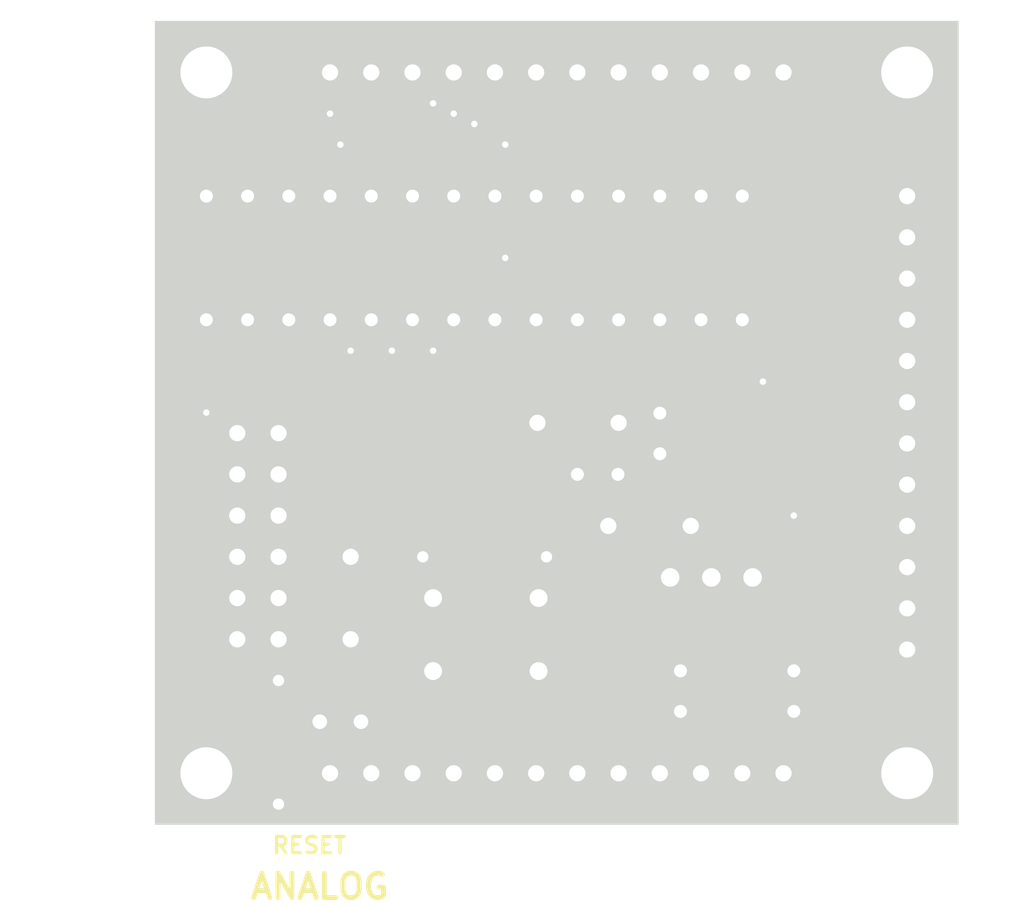
<source format=kicad_pcb>
(kicad_pcb (version 4) (host pcbnew 4.0.7+dfsg1-1~bpo9+1)

  (general
    (links 68)
    (no_connects 0)
    (area 0 0 0 0)
    (thickness 1.6)
    (drawings 39)
    (tracks 244)
    (zones 0)
    (modules 22)
    (nets 30)
  )

  (page A4)
  (layers
    (0 F.Cu signal)
    (31 B.Cu signal)
    (32 B.Adhes user)
    (33 F.Adhes user)
    (34 B.Paste user)
    (35 F.Paste user)
    (36 B.SilkS user)
    (37 F.SilkS user)
    (38 B.Mask user)
    (39 F.Mask user)
    (40 Dwgs.User user)
    (41 Cmts.User user)
    (42 Eco1.User user)
    (43 Eco2.User user)
    (44 Edge.Cuts user)
    (45 Margin user)
    (46 B.CrtYd user)
    (47 F.CrtYd user)
    (48 B.Fab user hide)
    (49 F.Fab user)
  )

  (setup
    (last_trace_width 0.5)
    (user_trace_width 0.5)
    (user_trace_width 0.5)
    (trace_clearance 0.2)
    (zone_clearance 0.508)
    (zone_45_only no)
    (trace_min 0.2)
    (segment_width 0.2)
    (edge_width 0.1)
    (via_size 0.6)
    (via_drill 0.4)
    (via_min_size 0.4)
    (via_min_drill 0.3)
    (uvia_size 0.3)
    (uvia_drill 0.1)
    (uvias_allowed no)
    (uvia_min_size 0.2)
    (uvia_min_drill 0.1)
    (pcb_text_width 0.3)
    (pcb_text_size 1.5 1.5)
    (mod_edge_width 0.15)
    (mod_text_size 1 1)
    (mod_text_width 0.15)
    (pad_size 1.5 1.5)
    (pad_drill 0.6)
    (pad_to_mask_clearance 0)
    (aux_axis_origin 0 0)
    (visible_elements FFFEFF7F)
    (pcbplotparams
      (layerselection 0x00030_80000001)
      (usegerberextensions false)
      (excludeedgelayer true)
      (linewidth 0.100000)
      (plotframeref false)
      (viasonmask false)
      (mode 1)
      (useauxorigin false)
      (hpglpennumber 1)
      (hpglpenspeed 20)
      (hpglpendiameter 15)
      (hpglpenoverlay 2)
      (psnegative false)
      (psa4output false)
      (plotreference true)
      (plotvalue true)
      (plotinvisibletext false)
      (padsonsilk false)
      (subtractmaskfromsilk false)
      (outputformat 1)
      (mirror false)
      (drillshape 1)
      (scaleselection 1)
      (outputdirectory ""))
  )

  (net 0 "")
  (net 1 Earth)
  (net 2 /D10)
  (net 3 /D9)
  (net 4 /D8)
  (net 5 /D7)
  (net 6 /D6)
  (net 7 /D5)
  (net 8 /D4)
  (net 9 /A5)
  (net 10 /A4)
  (net 11 /D13)
  (net 12 /D12)
  (net 13 /D11)
  (net 14 /D1)
  (net 15 /D0)
  (net 16 /A3)
  (net 17 /A2)
  (net 18 /A1)
  (net 19 /A0)
  (net 20 /D3)
  (net 21 /VCC)
  (net 22 /VIN)
  (net 23 /D2)
  (net 24 "Net-(C2-Pad1)")
  (net 25 "Net-(C3-Pad2)")
  (net 26 /RESET)
  (net 27 "Net-(LED3-Pad2)")
  (net 28 "Net-(D1-Pad2)")
  (net 29 "Net-(D2-Pad2)")

  (net_class Default "This is the default net class."
    (clearance 0.2)
    (trace_width 0.25)
    (via_dia 0.6)
    (via_drill 0.4)
    (uvia_dia 0.3)
    (uvia_drill 0.1)
    (add_net /A0)
    (add_net /A1)
    (add_net /A2)
    (add_net /A3)
    (add_net /A4)
    (add_net /A5)
    (add_net /D0)
    (add_net /D1)
    (add_net /D10)
    (add_net /D11)
    (add_net /D12)
    (add_net /D13)
    (add_net /D2)
    (add_net /D3)
    (add_net /D4)
    (add_net /D5)
    (add_net /D6)
    (add_net /D7)
    (add_net /D8)
    (add_net /D9)
    (add_net /RESET)
    (add_net /VCC)
    (add_net /VIN)
    (add_net Earth)
    (add_net "Net-(C2-Pad1)")
    (add_net "Net-(C3-Pad2)")
    (add_net "Net-(D1-Pad2)")
    (add_net "Net-(D2-Pad2)")
    (add_net "Net-(LED3-Pad2)")
  )

  (module Socket_Strips:Socket_Strip_Straight_1x12_Pitch2.54mm (layer F.Cu) (tedit 5AC36821) (tstamp 5AC36A5F)
    (at 119.38 34.29 90)
    (descr "Through hole straight socket strip, 1x12, 2.54mm pitch, single row")
    (tags "Through hole socket strip THT 1x12 2.54mm single row")
    (path /5AC3A80A)
    (fp_text reference O1 (at 0 -2.33 90) (layer F.SilkS)
      (effects (font (size 1 1) (thickness 0.15)))
    )
    (fp_text value SerialOutput (at 2.54 17.145 180) (layer F.Fab)
      (effects (font (size 1 1) (thickness 0.15)))
    )
    (fp_line (start -1.27 -1.27) (end -1.27 29.21) (layer F.Fab) (width 0.1))
    (fp_line (start -1.27 29.21) (end 1.27 29.21) (layer F.Fab) (width 0.1))
    (fp_line (start 1.27 29.21) (end 1.27 -1.27) (layer F.Fab) (width 0.1))
    (fp_line (start 1.27 -1.27) (end -1.27 -1.27) (layer F.Fab) (width 0.1))
    (fp_line (start -1.33 1.27) (end -1.33 29.27) (layer F.SilkS) (width 0.12))
    (fp_line (start -1.33 29.27) (end 1.33 29.27) (layer F.SilkS) (width 0.12))
    (fp_line (start 1.33 29.27) (end 1.33 1.27) (layer F.SilkS) (width 0.12))
    (fp_line (start 1.33 1.27) (end -1.33 1.27) (layer F.SilkS) (width 0.12))
    (fp_line (start -1.33 0) (end -1.33 -1.33) (layer F.SilkS) (width 0.12))
    (fp_line (start -1.33 -1.33) (end 0 -1.33) (layer F.SilkS) (width 0.12))
    (fp_line (start -1.8 -1.8) (end -1.8 29.75) (layer F.CrtYd) (width 0.05))
    (fp_line (start -1.8 29.75) (end 1.8 29.75) (layer F.CrtYd) (width 0.05))
    (fp_line (start 1.8 29.75) (end 1.8 -1.8) (layer F.CrtYd) (width 0.05))
    (fp_line (start 1.8 -1.8) (end -1.8 -1.8) (layer F.CrtYd) (width 0.05))
    (fp_text user %R (at 0 -2.33 90) (layer F.Fab)
      (effects (font (size 1 1) (thickness 0.15)))
    )
    (pad 1 thru_hole rect (at 0 0 90) (size 1.7 1.7) (drill 1) (layers *.Cu *.Mask)
      (net 22 /VIN))
    (pad 2 thru_hole oval (at 0 2.54 90) (size 1.7 1.7) (drill 1) (layers *.Cu *.Mask)
      (net 21 /VCC))
    (pad 3 thru_hole oval (at 0 5.08 90) (size 1.7 1.7) (drill 1) (layers *.Cu *.Mask)
      (net 1 Earth))
    (pad 4 thru_hole oval (at 0 7.62 90) (size 1.7 1.7) (drill 1) (layers *.Cu *.Mask))
    (pad 5 thru_hole oval (at 0 10.16 90) (size 1.7 1.7) (drill 1) (layers *.Cu *.Mask)
      (net 11 /D13))
    (pad 6 thru_hole oval (at 0 12.7 90) (size 1.7 1.7) (drill 1) (layers *.Cu *.Mask)
      (net 12 /D12))
    (pad 7 thru_hole oval (at 0 15.24 90) (size 1.7 1.7) (drill 1) (layers *.Cu *.Mask)
      (net 13 /D11))
    (pad 8 thru_hole oval (at 0 17.78 90) (size 1.7 1.7) (drill 1) (layers *.Cu *.Mask)
      (net 2 /D10))
    (pad 9 thru_hole oval (at 0 20.32 90) (size 1.7 1.7) (drill 1) (layers *.Cu *.Mask)
      (net 10 /A4))
    (pad 10 thru_hole oval (at 0 22.86 90) (size 1.7 1.7) (drill 1) (layers *.Cu *.Mask)
      (net 9 /A5))
    (pad 11 thru_hole oval (at 0 25.4 90) (size 1.7 1.7) (drill 1) (layers *.Cu *.Mask)
      (net 14 /D1))
    (pad 12 thru_hole oval (at 0 27.94 90) (size 1.7 1.7) (drill 1) (layers *.Cu *.Mask)
      (net 15 /D0))
    (model ${KISYS3DMOD}/Socket_Strips.3dshapes/Socket_Strip_Straight_1x12_Pitch2.54mm.wrl
      (at (xyz 0 -0.55 0))
      (scale (xyz 1 1 1))
      (rotate (xyz 0 0 270))
    )
  )

  (module Housings_DIP:DIP-28_W7.62mm (layer F.Cu) (tedit 5AC38BF5) (tstamp 5AC0A789)
    (at 111.76 49.53 90)
    (descr "28-lead dip package, row spacing 7.62 mm (300 mils)")
    (tags "DIL DIP PDIP 2.54mm 7.62mm 300mil")
    (path /5ABEDA30)
    (fp_text reference U1 (at 3.81 13.97 180) (layer F.SilkS)
      (effects (font (size 1 1) (thickness 0.15)))
    )
    (fp_text value ATMEGA328-PU (at 5.08 8.255 180) (layer F.SilkS)
      (effects (font (size 1 1) (thickness 0.15)))
    )
    (fp_text user %R (at 3.81 13.97 180) (layer F.Fab)
      (effects (font (size 1 1) (thickness 0.15)))
    )
    (fp_line (start 1.635 -1.27) (end 6.985 -1.27) (layer F.Fab) (width 0.1))
    (fp_line (start 6.985 -1.27) (end 6.985 34.29) (layer F.Fab) (width 0.1))
    (fp_line (start 6.985 34.29) (end 0.635 34.29) (layer F.Fab) (width 0.1))
    (fp_line (start 0.635 34.29) (end 0.635 -0.27) (layer F.Fab) (width 0.1))
    (fp_line (start 0.635 -0.27) (end 1.635 -1.27) (layer F.Fab) (width 0.1))
    (fp_line (start 2.81 -1.39) (end 1.04 -1.39) (layer F.SilkS) (width 0.12))
    (fp_line (start 1.04 -1.39) (end 1.04 34.41) (layer F.SilkS) (width 0.12))
    (fp_line (start 1.04 34.41) (end 6.58 34.41) (layer F.SilkS) (width 0.12))
    (fp_line (start 6.58 34.41) (end 6.58 -1.39) (layer F.SilkS) (width 0.12))
    (fp_line (start 6.58 -1.39) (end 4.81 -1.39) (layer F.SilkS) (width 0.12))
    (fp_line (start -1.1 -1.6) (end -1.1 34.6) (layer F.CrtYd) (width 0.05))
    (fp_line (start -1.1 34.6) (end 8.7 34.6) (layer F.CrtYd) (width 0.05))
    (fp_line (start 8.7 34.6) (end 8.7 -1.6) (layer F.CrtYd) (width 0.05))
    (fp_line (start 8.7 -1.6) (end -1.1 -1.6) (layer F.CrtYd) (width 0.05))
    (fp_arc (start 3.81 -1.39) (end 2.81 -1.39) (angle -180) (layer F.SilkS) (width 0.12))
    (pad 1 thru_hole rect (at 0 0 90) (size 1.6 1.6) (drill 0.8) (layers *.Cu *.Mask)
      (net 26 /RESET))
    (pad 15 thru_hole oval (at 7.62 33.02 90) (size 1.6 1.6) (drill 0.8) (layers *.Cu *.Mask)
      (net 3 /D9))
    (pad 2 thru_hole oval (at 0 2.54 90) (size 1.6 1.6) (drill 0.8) (layers *.Cu *.Mask)
      (net 15 /D0))
    (pad 16 thru_hole oval (at 7.62 30.48 90) (size 1.6 1.6) (drill 0.8) (layers *.Cu *.Mask)
      (net 2 /D10))
    (pad 3 thru_hole oval (at 0 5.08 90) (size 1.6 1.6) (drill 0.8) (layers *.Cu *.Mask)
      (net 14 /D1))
    (pad 17 thru_hole oval (at 7.62 27.94 90) (size 1.6 1.6) (drill 0.8) (layers *.Cu *.Mask)
      (net 13 /D11))
    (pad 4 thru_hole oval (at 0 7.62 90) (size 1.6 1.6) (drill 0.8) (layers *.Cu *.Mask)
      (net 23 /D2))
    (pad 18 thru_hole oval (at 7.62 25.4 90) (size 1.6 1.6) (drill 0.8) (layers *.Cu *.Mask)
      (net 12 /D12))
    (pad 5 thru_hole oval (at 0 10.16 90) (size 1.6 1.6) (drill 0.8) (layers *.Cu *.Mask)
      (net 20 /D3))
    (pad 19 thru_hole oval (at 7.62 22.86 90) (size 1.6 1.6) (drill 0.8) (layers *.Cu *.Mask)
      (net 11 /D13))
    (pad 6 thru_hole oval (at 0 12.7 90) (size 1.6 1.6) (drill 0.8) (layers *.Cu *.Mask)
      (net 8 /D4))
    (pad 20 thru_hole oval (at 7.62 20.32 90) (size 1.6 1.6) (drill 0.8) (layers *.Cu *.Mask)
      (net 21 /VCC))
    (pad 7 thru_hole oval (at 0 15.24 90) (size 1.6 1.6) (drill 0.8) (layers *.Cu *.Mask)
      (net 21 /VCC))
    (pad 21 thru_hole oval (at 7.62 17.78 90) (size 1.6 1.6) (drill 0.8) (layers *.Cu *.Mask))
    (pad 8 thru_hole oval (at 0 17.78 90) (size 1.6 1.6) (drill 0.8) (layers *.Cu *.Mask)
      (net 1 Earth))
    (pad 22 thru_hole oval (at 7.62 15.24 90) (size 1.6 1.6) (drill 0.8) (layers *.Cu *.Mask)
      (net 1 Earth))
    (pad 9 thru_hole oval (at 0 20.32 90) (size 1.6 1.6) (drill 0.8) (layers *.Cu *.Mask)
      (net 24 "Net-(C2-Pad1)"))
    (pad 23 thru_hole oval (at 7.62 12.7 90) (size 1.6 1.6) (drill 0.8) (layers *.Cu *.Mask)
      (net 19 /A0))
    (pad 10 thru_hole oval (at 0 22.86 90) (size 1.6 1.6) (drill 0.8) (layers *.Cu *.Mask)
      (net 25 "Net-(C3-Pad2)"))
    (pad 24 thru_hole oval (at 7.62 10.16 90) (size 1.6 1.6) (drill 0.8) (layers *.Cu *.Mask)
      (net 18 /A1))
    (pad 11 thru_hole oval (at 0 25.4 90) (size 1.6 1.6) (drill 0.8) (layers *.Cu *.Mask)
      (net 7 /D5))
    (pad 25 thru_hole oval (at 7.62 7.62 90) (size 1.6 1.6) (drill 0.8) (layers *.Cu *.Mask)
      (net 17 /A2))
    (pad 12 thru_hole oval (at 0 27.94 90) (size 1.6 1.6) (drill 0.8) (layers *.Cu *.Mask)
      (net 6 /D6))
    (pad 26 thru_hole oval (at 7.62 5.08 90) (size 1.6 1.6) (drill 0.8) (layers *.Cu *.Mask)
      (net 16 /A3))
    (pad 13 thru_hole oval (at 0 30.48 90) (size 1.6 1.6) (drill 0.8) (layers *.Cu *.Mask)
      (net 5 /D7))
    (pad 27 thru_hole oval (at 7.62 2.54 90) (size 1.6 1.6) (drill 0.8) (layers *.Cu *.Mask)
      (net 10 /A4))
    (pad 14 thru_hole oval (at 0 33.02 90) (size 1.6 1.6) (drill 0.8) (layers *.Cu *.Mask)
      (net 4 /D8))
    (pad 28 thru_hole oval (at 7.62 0 90) (size 1.6 1.6) (drill 0.8) (layers *.Cu *.Mask)
      (net 9 /A5))
    (model ${KISYS3DMOD}/Housings_DIP.3dshapes/DIP-28_W7.62mm.wrl
      (at (xyz 0 0 0))
      (scale (xyz 1 1 1))
      (rotate (xyz 0 0 0))
    )
  )

  (module Crystals:Resonator-2pin_w6.0mm_h3.0mm (layer F.Cu) (tedit 5AC37298) (tstamp 5AC0A7BD)
    (at 137.16 55.88 180)
    (descr "Ceramic Resomator/Filter 6.0x3.0mm^2, length*width=6.0x3.0mm^2 package, package length=6.0mm, package width=3.0mm, 2 pins")
    (tags "THT ceramic resonator filter")
    (path /5AC142C0)
    (fp_text reference Y1 (at 2.54 0 180) (layer F.Fab)
      (effects (font (size 1 1) (thickness 0.15)))
    )
    (fp_text value 16MHz (at 2.54 0 180) (layer F.SilkS)
      (effects (font (size 1 1) (thickness 0.15)))
    )
    (fp_text user %R (at 2.54 0 180) (layer F.Fab)
      (effects (font (size 1 1) (thickness 0.15)))
    )
    (fp_line (start 1 -1.5) (end 4 -1.5) (layer F.Fab) (width 0.1))
    (fp_line (start 1 1.5) (end 4 1.5) (layer F.Fab) (width 0.1))
    (fp_line (start 1 -1.5) (end 4 -1.5) (layer F.Fab) (width 0.1))
    (fp_line (start 1 1.5) (end 4 1.5) (layer F.Fab) (width 0.1))
    (fp_line (start 1 -1.7) (end 4 -1.7) (layer F.SilkS) (width 0.12))
    (fp_line (start 1 1.7) (end 4 1.7) (layer F.SilkS) (width 0.12))
    (fp_line (start -1.1 -2) (end -1.1 2) (layer F.CrtYd) (width 0.05))
    (fp_line (start -1.1 2) (end 6 2) (layer F.CrtYd) (width 0.05))
    (fp_line (start 6 2) (end 6 -2) (layer F.CrtYd) (width 0.05))
    (fp_line (start 6 -2) (end -1.1 -2) (layer F.CrtYd) (width 0.05))
    (fp_arc (start 1 0) (end 1 -1.5) (angle -180) (layer F.Fab) (width 0.1))
    (fp_arc (start 4 0) (end 4 -1.5) (angle 180) (layer F.Fab) (width 0.1))
    (fp_arc (start 1 0) (end 1 -1.5) (angle -180) (layer F.Fab) (width 0.1))
    (fp_arc (start 4 0) (end 4 -1.5) (angle 180) (layer F.Fab) (width 0.1))
    (fp_arc (start 1 0) (end 1 -1.7) (angle -51.9) (layer F.SilkS) (width 0.12))
    (fp_arc (start 4 0) (end 4 -1.7) (angle 51.9) (layer F.SilkS) (width 0.12))
    (fp_arc (start 1 0) (end 1 1.7) (angle 51.9) (layer F.SilkS) (width 0.12))
    (fp_arc (start 4 0) (end 4 1.7) (angle -51.9) (layer F.SilkS) (width 0.12))
    (pad 1 thru_hole circle (at 0 0 180) (size 1.7 1.7) (drill 1) (layers *.Cu *.Mask)
      (net 25 "Net-(C3-Pad2)"))
    (pad 2 thru_hole circle (at 5 0 180) (size 1.7 1.7) (drill 1) (layers *.Cu *.Mask)
      (net 24 "Net-(C2-Pad1)"))
    (model ${KISYS3DMOD}/Crystals.3dshapes/Resonator-2pin_w6.0mm_h3.0mm.wrl
      (at (xyz 0 0 0))
      (scale (xyz 0.393701 0.393701 0.393701))
      (rotate (xyz 0 0 0))
    )
  )

  (module Capacitors_THT:C_Disc_D3.0mm_W1.6mm_P2.50mm (layer F.Cu) (tedit 5AC3BEB6) (tstamp 5AC0E433)
    (at 134.62 59.055)
    (descr "C, Disc series, Radial, pin pitch=2.50mm, , diameter*width=3.0*1.6mm^2, Capacitor, http://www.vishay.com/docs/45233/krseries.pdf")
    (tags "C Disc series Radial pin pitch 2.50mm  diameter 3.0mm width 1.6mm Capacitor")
    (path /5AC14819)
    (fp_text reference C2 (at 1.27 0) (layer F.Fab)
      (effects (font (size 1 1) (thickness 0.15)))
    )
    (fp_text value 22pF (at 1.27 0) (layer F.SilkS)
      (effects (font (size 1 1) (thickness 0.15)))
    )
    (fp_line (start -0.25 -0.8) (end -0.25 0.8) (layer F.Fab) (width 0.1))
    (fp_line (start -0.25 0.8) (end 2.75 0.8) (layer F.Fab) (width 0.1))
    (fp_line (start 2.75 0.8) (end 2.75 -0.8) (layer F.Fab) (width 0.1))
    (fp_line (start 2.75 -0.8) (end -0.25 -0.8) (layer F.Fab) (width 0.1))
    (fp_line (start 0.663 -0.861) (end 1.837 -0.861) (layer F.SilkS) (width 0.12))
    (fp_line (start 0.663 0.861) (end 1.837 0.861) (layer F.SilkS) (width 0.12))
    (fp_line (start -1.05 -1.15) (end -1.05 1.15) (layer F.CrtYd) (width 0.05))
    (fp_line (start -1.05 1.15) (end 3.55 1.15) (layer F.CrtYd) (width 0.05))
    (fp_line (start 3.55 1.15) (end 3.55 -1.15) (layer F.CrtYd) (width 0.05))
    (fp_line (start 3.55 -1.15) (end -1.05 -1.15) (layer F.CrtYd) (width 0.05))
    (fp_text user %R (at 1.25 0) (layer F.Fab)
      (effects (font (size 1 1) (thickness 0.15)))
    )
    (pad 1 thru_hole circle (at 0 0) (size 1.6 1.6) (drill 0.8) (layers *.Cu *.Mask)
      (net 24 "Net-(C2-Pad1)"))
    (pad 2 thru_hole circle (at 2.5 0) (size 1.6 1.6) (drill 0.8) (layers *.Cu *.Mask)
      (net 1 Earth))
    (model ${KISYS3DMOD}/Capacitors_THT.3dshapes/C_Disc_D3.0mm_W1.6mm_P2.50mm.wrl
      (at (xyz 0 0 0))
      (scale (xyz 1 1 1))
      (rotate (xyz 0 0 0))
    )
  )

  (module Capacitors_THT:C_Disc_D3.0mm_W1.6mm_P2.50mm (layer F.Cu) (tedit 5AC3BEBA) (tstamp 5AC0E438)
    (at 139.7 57.785 90)
    (descr "C, Disc series, Radial, pin pitch=2.50mm, , diameter*width=3.0*1.6mm^2, Capacitor, http://www.vishay.com/docs/45233/krseries.pdf")
    (tags "C Disc series Radial pin pitch 2.50mm  diameter 3.0mm width 1.6mm Capacitor")
    (path /5AC146E6)
    (fp_text reference C3 (at 1.27 0 90) (layer F.Fab)
      (effects (font (size 1 1) (thickness 0.15)))
    )
    (fp_text value 22pF (at 1.27 0 90) (layer F.SilkS)
      (effects (font (size 1 1) (thickness 0.15)))
    )
    (fp_line (start -0.25 -0.8) (end -0.25 0.8) (layer F.Fab) (width 0.1))
    (fp_line (start -0.25 0.8) (end 2.75 0.8) (layer F.Fab) (width 0.1))
    (fp_line (start 2.75 0.8) (end 2.75 -0.8) (layer F.Fab) (width 0.1))
    (fp_line (start 2.75 -0.8) (end -0.25 -0.8) (layer F.Fab) (width 0.1))
    (fp_line (start 0.663 -0.861) (end 1.837 -0.861) (layer F.SilkS) (width 0.12))
    (fp_line (start 0.663 0.861) (end 1.837 0.861) (layer F.SilkS) (width 0.12))
    (fp_line (start -1.05 -1.15) (end -1.05 1.15) (layer F.CrtYd) (width 0.05))
    (fp_line (start -1.05 1.15) (end 3.55 1.15) (layer F.CrtYd) (width 0.05))
    (fp_line (start 3.55 1.15) (end 3.55 -1.15) (layer F.CrtYd) (width 0.05))
    (fp_line (start 3.55 -1.15) (end -1.05 -1.15) (layer F.CrtYd) (width 0.05))
    (fp_text user %R (at 1.25 0 90) (layer F.Fab)
      (effects (font (size 1 1) (thickness 0.15)))
    )
    (pad 1 thru_hole circle (at 0 0 90) (size 1.6 1.6) (drill 0.8) (layers *.Cu *.Mask)
      (net 1 Earth))
    (pad 2 thru_hole circle (at 2.5 0 90) (size 1.6 1.6) (drill 0.8) (layers *.Cu *.Mask)
      (net 25 "Net-(C3-Pad2)"))
    (model ${KISYS3DMOD}/Capacitors_THT.3dshapes/C_Disc_D3.0mm_W1.6mm_P2.50mm.wrl
      (at (xyz 0 0 0))
      (scale (xyz 1 1 1))
      (rotate (xyz 0 0 0))
    )
  )

  (module Pin_Headers:Pin_Header_Straight_1x06_Pitch2.54mm (layer F.Cu) (tedit 5AC4FB4C) (tstamp 5AC36A30)
    (at 116.205 69.215 180)
    (descr "Through hole straight pin header, 1x06, 2.54mm pitch, single row")
    (tags "Through hole pin header THT 1x06 2.54mm single row")
    (path /5AC1B1CC)
    (fp_text reference FT1 (at 0 6.35 270) (layer F.SilkS)
      (effects (font (size 1 1) (thickness 0.15)))
    )
    (fp_text value FTDI (at 0 15.03 180) (layer F.Fab)
      (effects (font (size 1 1) (thickness 0.15)))
    )
    (fp_line (start -0.635 -1.27) (end 1.27 -1.27) (layer F.Fab) (width 0.1))
    (fp_line (start 1.27 -1.27) (end 1.27 13.97) (layer F.Fab) (width 0.1))
    (fp_line (start 1.27 13.97) (end -1.27 13.97) (layer F.Fab) (width 0.1))
    (fp_line (start -1.27 13.97) (end -1.27 -0.635) (layer F.Fab) (width 0.1))
    (fp_line (start -1.27 -0.635) (end -0.635 -1.27) (layer F.Fab) (width 0.1))
    (fp_line (start -1.33 14.03) (end 1.33 14.03) (layer F.SilkS) (width 0.12))
    (fp_line (start -1.33 1.27) (end -1.33 14.03) (layer F.SilkS) (width 0.12))
    (fp_line (start 1.33 1.27) (end 1.33 14.03) (layer F.SilkS) (width 0.12))
    (fp_line (start -1.33 1.27) (end 1.33 1.27) (layer F.SilkS) (width 0.12))
    (fp_line (start -1.33 0) (end -1.33 -1.33) (layer F.SilkS) (width 0.12))
    (fp_line (start -1.33 -1.33) (end 0 -1.33) (layer F.SilkS) (width 0.12))
    (fp_line (start -1.8 -1.8) (end -1.8 14.5) (layer F.CrtYd) (width 0.05))
    (fp_line (start -1.8 14.5) (end 1.8 14.5) (layer F.CrtYd) (width 0.05))
    (fp_line (start 1.8 14.5) (end 1.8 -1.8) (layer F.CrtYd) (width 0.05))
    (fp_line (start 1.8 -1.8) (end -1.8 -1.8) (layer F.CrtYd) (width 0.05))
    (fp_text user %R (at 0 6.35 270) (layer F.Fab)
      (effects (font (size 1 1) (thickness 0.15)))
    )
    (pad 1 thru_hole rect (at 0 0 180) (size 1.7 1.7) (drill 1) (layers *.Cu *.Mask)
      (net 1 Earth))
    (pad 2 thru_hole oval (at 0 2.54 180) (size 1.7 1.7) (drill 1) (layers *.Cu *.Mask)
      (net 1 Earth))
    (pad 3 thru_hole oval (at 0 5.08 180) (size 1.7 1.7) (drill 1) (layers *.Cu *.Mask)
      (net 28 "Net-(D1-Pad2)"))
    (pad 4 thru_hole oval (at 0 7.62 180) (size 1.7 1.7) (drill 1) (layers *.Cu *.Mask)
      (net 14 /D1))
    (pad 5 thru_hole oval (at 0 10.16 180) (size 1.7 1.7) (drill 1) (layers *.Cu *.Mask)
      (net 15 /D0))
    (pad 6 thru_hole oval (at 0 12.7 180) (size 1.7 1.7) (drill 1) (layers *.Cu *.Mask)
      (net 26 /RESET))
    (model ${KISYS3DMOD}/Pin_Headers.3dshapes/Pin_Header_Straight_1x06_Pitch2.54mm.wrl
      (at (xyz 0 0 0))
      (scale (xyz 1 1 1))
      (rotate (xyz 0 0 0))
    )
  )

  (module Socket_Strips:Socket_Strip_Straight_1x12_Pitch2.54mm (layer F.Cu) (tedit 58CD5446) (tstamp 5ACB7725)
    (at 154.94 41.91)
    (descr "Through hole straight socket strip, 1x12, 2.54mm pitch, single row")
    (tags "Through hole socket strip THT 1x12 2.54mm single row")
    (path /5AC3A751)
    (fp_text reference O2 (at 0 -2.33) (layer F.SilkS)
      (effects (font (size 1 1) (thickness 0.15)))
    )
    (fp_text value Output (at 0 30.27) (layer F.Fab)
      (effects (font (size 1 1) (thickness 0.15)))
    )
    (fp_line (start -1.27 -1.27) (end -1.27 29.21) (layer F.Fab) (width 0.1))
    (fp_line (start -1.27 29.21) (end 1.27 29.21) (layer F.Fab) (width 0.1))
    (fp_line (start 1.27 29.21) (end 1.27 -1.27) (layer F.Fab) (width 0.1))
    (fp_line (start 1.27 -1.27) (end -1.27 -1.27) (layer F.Fab) (width 0.1))
    (fp_line (start -1.33 1.27) (end -1.33 29.27) (layer F.SilkS) (width 0.12))
    (fp_line (start -1.33 29.27) (end 1.33 29.27) (layer F.SilkS) (width 0.12))
    (fp_line (start 1.33 29.27) (end 1.33 1.27) (layer F.SilkS) (width 0.12))
    (fp_line (start 1.33 1.27) (end -1.33 1.27) (layer F.SilkS) (width 0.12))
    (fp_line (start -1.33 0) (end -1.33 -1.33) (layer F.SilkS) (width 0.12))
    (fp_line (start -1.33 -1.33) (end 0 -1.33) (layer F.SilkS) (width 0.12))
    (fp_line (start -1.8 -1.8) (end -1.8 29.75) (layer F.CrtYd) (width 0.05))
    (fp_line (start -1.8 29.75) (end 1.8 29.75) (layer F.CrtYd) (width 0.05))
    (fp_line (start 1.8 29.75) (end 1.8 -1.8) (layer F.CrtYd) (width 0.05))
    (fp_line (start 1.8 -1.8) (end -1.8 -1.8) (layer F.CrtYd) (width 0.05))
    (fp_text user %R (at 0 -2.33) (layer F.Fab)
      (effects (font (size 1 1) (thickness 0.15)))
    )
    (pad 1 thru_hole rect (at 0 0) (size 1.7 1.7) (drill 1) (layers *.Cu *.Mask)
      (net 22 /VIN))
    (pad 2 thru_hole oval (at 0 2.54) (size 1.7 1.7) (drill 1) (layers *.Cu *.Mask)
      (net 21 /VCC))
    (pad 3 thru_hole oval (at 0 5.08) (size 1.7 1.7) (drill 1) (layers *.Cu *.Mask)
      (net 1 Earth))
    (pad 4 thru_hole oval (at 0 7.62) (size 1.7 1.7) (drill 1) (layers *.Cu *.Mask))
    (pad 5 thru_hole oval (at 0 10.16) (size 1.7 1.7) (drill 1) (layers *.Cu *.Mask)
      (net 23 /D2))
    (pad 6 thru_hole oval (at 0 12.7) (size 1.7 1.7) (drill 1) (layers *.Cu *.Mask)
      (net 20 /D3))
    (pad 7 thru_hole oval (at 0 15.24) (size 1.7 1.7) (drill 1) (layers *.Cu *.Mask)
      (net 8 /D4))
    (pad 8 thru_hole oval (at 0 17.78) (size 1.7 1.7) (drill 1) (layers *.Cu *.Mask)
      (net 7 /D5))
    (pad 9 thru_hole oval (at 0 20.32) (size 1.7 1.7) (drill 1) (layers *.Cu *.Mask)
      (net 6 /D6))
    (pad 10 thru_hole oval (at 0 22.86) (size 1.7 1.7) (drill 1) (layers *.Cu *.Mask)
      (net 5 /D7))
    (pad 11 thru_hole oval (at 0 25.4) (size 1.7 1.7) (drill 1) (layers *.Cu *.Mask)
      (net 4 /D8))
    (pad 12 thru_hole oval (at 0 27.94) (size 1.7 1.7) (drill 1) (layers *.Cu *.Mask)
      (net 3 /D9))
    (model ${KISYS3DMOD}/Socket_Strips.3dshapes/Socket_Strip_Straight_1x12_Pitch2.54mm.wrl
      (at (xyz 0 -0.55 0))
      (scale (xyz 1 1 1))
      (rotate (xyz 0 0 270))
    )
  )

  (module Socket_Strips:Socket_Strip_Straight_1x12_Pitch2.54mm (layer F.Cu) (tedit 58CD5446) (tstamp 5ACB7743)
    (at 147.32 77.47 270)
    (descr "Through hole straight socket strip, 1x12, 2.54mm pitch, single row")
    (tags "Through hole socket strip THT 1x12 2.54mm single row")
    (path /5AC3A8AB)
    (fp_text reference O3 (at 0 -2.33 270) (layer F.SilkS)
      (effects (font (size 1 1) (thickness 0.15)))
    )
    (fp_text value Output (at 0 30.27 270) (layer F.Fab)
      (effects (font (size 1 1) (thickness 0.15)))
    )
    (fp_line (start -1.27 -1.27) (end -1.27 29.21) (layer F.Fab) (width 0.1))
    (fp_line (start -1.27 29.21) (end 1.27 29.21) (layer F.Fab) (width 0.1))
    (fp_line (start 1.27 29.21) (end 1.27 -1.27) (layer F.Fab) (width 0.1))
    (fp_line (start 1.27 -1.27) (end -1.27 -1.27) (layer F.Fab) (width 0.1))
    (fp_line (start -1.33 1.27) (end -1.33 29.27) (layer F.SilkS) (width 0.12))
    (fp_line (start -1.33 29.27) (end 1.33 29.27) (layer F.SilkS) (width 0.12))
    (fp_line (start 1.33 29.27) (end 1.33 1.27) (layer F.SilkS) (width 0.12))
    (fp_line (start 1.33 1.27) (end -1.33 1.27) (layer F.SilkS) (width 0.12))
    (fp_line (start -1.33 0) (end -1.33 -1.33) (layer F.SilkS) (width 0.12))
    (fp_line (start -1.33 -1.33) (end 0 -1.33) (layer F.SilkS) (width 0.12))
    (fp_line (start -1.8 -1.8) (end -1.8 29.75) (layer F.CrtYd) (width 0.05))
    (fp_line (start -1.8 29.75) (end 1.8 29.75) (layer F.CrtYd) (width 0.05))
    (fp_line (start 1.8 29.75) (end 1.8 -1.8) (layer F.CrtYd) (width 0.05))
    (fp_line (start 1.8 -1.8) (end -1.8 -1.8) (layer F.CrtYd) (width 0.05))
    (fp_text user %R (at 0 -2.33 270) (layer F.Fab)
      (effects (font (size 1 1) (thickness 0.15)))
    )
    (pad 1 thru_hole rect (at 0 0 270) (size 1.7 1.7) (drill 1) (layers *.Cu *.Mask)
      (net 22 /VIN))
    (pad 2 thru_hole oval (at 0 2.54 270) (size 1.7 1.7) (drill 1) (layers *.Cu *.Mask)
      (net 21 /VCC))
    (pad 3 thru_hole oval (at 0 5.08 270) (size 1.7 1.7) (drill 1) (layers *.Cu *.Mask)
      (net 1 Earth))
    (pad 4 thru_hole oval (at 0 7.62 270) (size 1.7 1.7) (drill 1) (layers *.Cu *.Mask))
    (pad 5 thru_hole oval (at 0 10.16 270) (size 1.7 1.7) (drill 1) (layers *.Cu *.Mask)
      (net 19 /A0))
    (pad 6 thru_hole oval (at 0 12.7 270) (size 1.7 1.7) (drill 1) (layers *.Cu *.Mask)
      (net 18 /A1))
    (pad 7 thru_hole oval (at 0 15.24 270) (size 1.7 1.7) (drill 1) (layers *.Cu *.Mask)
      (net 17 /A2))
    (pad 8 thru_hole oval (at 0 17.78 270) (size 1.7 1.7) (drill 1) (layers *.Cu *.Mask)
      (net 16 /A3))
    (pad 9 thru_hole oval (at 0 20.32 270) (size 1.7 1.7) (drill 1) (layers *.Cu *.Mask)
      (net 10 /A4))
    (pad 10 thru_hole oval (at 0 22.86 270) (size 1.7 1.7) (drill 1) (layers *.Cu *.Mask)
      (net 9 /A5))
    (pad 11 thru_hole oval (at 0 25.4 270) (size 1.7 1.7) (drill 1) (layers *.Cu *.Mask))
    (pad 12 thru_hole oval (at 0 27.94 270) (size 1.7 1.7) (drill 1) (layers *.Cu *.Mask))
    (model ${KISYS3DMOD}/Socket_Strips.3dshapes/Socket_Strip_Straight_1x12_Pitch2.54mm.wrl
      (at (xyz 0 -0.55 0))
      (scale (xyz 1 1 1))
      (rotate (xyz 0 0 270))
    )
  )

  (module Mounting_Holes:MountingHole_3.2mm_M3 (layer F.Cu) (tedit 5AC36F43) (tstamp 5AD37429)
    (at 154.94 34.29)
    (descr "Mounting Hole 3.2mm, no annular, M3")
    (tags "mounting hole 3.2mm no annular m3")
    (fp_text reference "" (at 0 -4.2) (layer F.Fab)
      (effects (font (size 1 1) (thickness 0.15)))
    )
    (fp_text value M3 (at 0 2.54) (layer F.Fab)
      (effects (font (size 1 1) (thickness 0.15)))
    )
    (fp_circle (center 0 0) (end 3.2 0) (layer Cmts.User) (width 0.15))
    (fp_circle (center 0 0) (end 3.45 0) (layer F.CrtYd) (width 0.05))
    (pad 1 np_thru_hole circle (at 0 0) (size 3.2 3.2) (drill 3.2) (layers *.Cu *.Mask))
  )

  (module Mounting_Holes:MountingHole_3.2mm_M3 (layer F.Cu) (tedit 5AC36F82) (tstamp 5AD3745B)
    (at 154.94 77.47)
    (descr "Mounting Hole 3.2mm, no annular, M3")
    (tags "mounting hole 3.2mm no annular m3")
    (fp_text reference "" (at 0 -4.2) (layer F.Fab)
      (effects (font (size 1 1) (thickness 0.15)))
    )
    (fp_text value M3 (at 0 -2.54) (layer F.Fab)
      (effects (font (size 1 1) (thickness 0.15)))
    )
    (fp_circle (center 0 0) (end 3.2 0) (layer Cmts.User) (width 0.15))
    (fp_circle (center 0 0) (end 3.45 0) (layer F.CrtYd) (width 0.05))
    (pad 1 np_thru_hole circle (at 0 0) (size 3.2 3.2) (drill 3.2) (layers *.Cu *.Mask))
  )

  (module Mounting_Holes:MountingHole_3.2mm_M3 (layer F.Cu) (tedit 5AC36FB5) (tstamp 5AD37483)
    (at 111.76 77.47)
    (descr "Mounting Hole 3.2mm, no annular, M3")
    (tags "mounting hole 3.2mm no annular m3")
    (fp_text reference "" (at 0 -4.2) (layer F.Fab)
      (effects (font (size 1 1) (thickness 0.15)))
    )
    (fp_text value M3 (at 0 -2.54) (layer F.Fab)
      (effects (font (size 1 1) (thickness 0.15)))
    )
    (fp_circle (center 0 0) (end 3.2 0) (layer Cmts.User) (width 0.15))
    (fp_circle (center 0 0) (end 3.45 0) (layer F.CrtYd) (width 0.05))
    (pad 1 np_thru_hole circle (at 0 0) (size 3.2 3.2) (drill 3.2) (layers *.Cu *.Mask))
  )

  (module Mounting_Holes:MountingHole_3.2mm_M3 (layer F.Cu) (tedit 5AC38C99) (tstamp 5AD374E5)
    (at 111.76 34.29)
    (descr "Mounting Hole 3.2mm, no annular, M3")
    (tags "mounting hole 3.2mm no annular m3")
    (fp_text reference "" (at 0 -4.2) (layer F.Fab)
      (effects (font (size 1 1) (thickness 0.15)))
    )
    (fp_text value M3 (at 0 2.54) (layer F.Fab)
      (effects (font (size 1 1) (thickness 0.15)))
    )
    (fp_circle (center 0 0) (end 3.2 0) (layer Cmts.User) (width 0.15))
    (fp_circle (center 0 0) (end 3.45 0) (layer F.CrtYd) (width 0.05))
    (pad 1 np_thru_hole circle (at 0 0) (size 3.2 3.2) (drill 3.2) (layers *.Cu *.Mask))
  )

  (module Capacitors_THT:CP_Radial_D6.3mm_P2.50mm (layer F.Cu) (tedit 5AC505E5) (tstamp 5AC4DD99)
    (at 147.955 73.66 90)
    (descr "CP, Radial series, Radial, pin pitch=2.50mm, , diameter=6.3mm, Electrolytic Capacitor")
    (tags "CP Radial series Radial pin pitch 2.50mm  diameter 6.3mm Electrolytic Capacitor")
    (path /5AC3FB09)
    (fp_text reference C4 (at 0 -1.905 180) (layer F.SilkS)
      (effects (font (size 1 1) (thickness 0.15)))
    )
    (fp_text value 0.47uF (at 1.25 4.46 90) (layer F.Fab)
      (effects (font (size 1 1) (thickness 0.15)))
    )
    (fp_arc (start 1.25 0) (end -1.767482 -1.18) (angle 137.3) (layer F.SilkS) (width 0.12))
    (fp_arc (start 1.25 0) (end -1.767482 1.18) (angle -137.3) (layer F.SilkS) (width 0.12))
    (fp_arc (start 1.25 0) (end 4.267482 -1.18) (angle 42.7) (layer F.SilkS) (width 0.12))
    (fp_circle (center 1.25 0) (end 4.4 0) (layer F.Fab) (width 0.1))
    (fp_line (start -2.2 0) (end -1 0) (layer F.Fab) (width 0.1))
    (fp_line (start -1.6 -0.65) (end -1.6 0.65) (layer F.Fab) (width 0.1))
    (fp_line (start 1.25 -3.2) (end 1.25 3.2) (layer F.SilkS) (width 0.12))
    (fp_line (start 1.29 -3.2) (end 1.29 3.2) (layer F.SilkS) (width 0.12))
    (fp_line (start 1.33 -3.2) (end 1.33 3.2) (layer F.SilkS) (width 0.12))
    (fp_line (start 1.37 -3.198) (end 1.37 3.198) (layer F.SilkS) (width 0.12))
    (fp_line (start 1.41 -3.197) (end 1.41 3.197) (layer F.SilkS) (width 0.12))
    (fp_line (start 1.45 -3.194) (end 1.45 3.194) (layer F.SilkS) (width 0.12))
    (fp_line (start 1.49 -3.192) (end 1.49 3.192) (layer F.SilkS) (width 0.12))
    (fp_line (start 1.53 -3.188) (end 1.53 -0.98) (layer F.SilkS) (width 0.12))
    (fp_line (start 1.53 0.98) (end 1.53 3.188) (layer F.SilkS) (width 0.12))
    (fp_line (start 1.57 -3.185) (end 1.57 -0.98) (layer F.SilkS) (width 0.12))
    (fp_line (start 1.57 0.98) (end 1.57 3.185) (layer F.SilkS) (width 0.12))
    (fp_line (start 1.61 -3.18) (end 1.61 -0.98) (layer F.SilkS) (width 0.12))
    (fp_line (start 1.61 0.98) (end 1.61 3.18) (layer F.SilkS) (width 0.12))
    (fp_line (start 1.65 -3.176) (end 1.65 -0.98) (layer F.SilkS) (width 0.12))
    (fp_line (start 1.65 0.98) (end 1.65 3.176) (layer F.SilkS) (width 0.12))
    (fp_line (start 1.69 -3.17) (end 1.69 -0.98) (layer F.SilkS) (width 0.12))
    (fp_line (start 1.69 0.98) (end 1.69 3.17) (layer F.SilkS) (width 0.12))
    (fp_line (start 1.73 -3.165) (end 1.73 -0.98) (layer F.SilkS) (width 0.12))
    (fp_line (start 1.73 0.98) (end 1.73 3.165) (layer F.SilkS) (width 0.12))
    (fp_line (start 1.77 -3.158) (end 1.77 -0.98) (layer F.SilkS) (width 0.12))
    (fp_line (start 1.77 0.98) (end 1.77 3.158) (layer F.SilkS) (width 0.12))
    (fp_line (start 1.81 -3.152) (end 1.81 -0.98) (layer F.SilkS) (width 0.12))
    (fp_line (start 1.81 0.98) (end 1.81 3.152) (layer F.SilkS) (width 0.12))
    (fp_line (start 1.85 -3.144) (end 1.85 -0.98) (layer F.SilkS) (width 0.12))
    (fp_line (start 1.85 0.98) (end 1.85 3.144) (layer F.SilkS) (width 0.12))
    (fp_line (start 1.89 -3.137) (end 1.89 -0.98) (layer F.SilkS) (width 0.12))
    (fp_line (start 1.89 0.98) (end 1.89 3.137) (layer F.SilkS) (width 0.12))
    (fp_line (start 1.93 -3.128) (end 1.93 -0.98) (layer F.SilkS) (width 0.12))
    (fp_line (start 1.93 0.98) (end 1.93 3.128) (layer F.SilkS) (width 0.12))
    (fp_line (start 1.971 -3.119) (end 1.971 -0.98) (layer F.SilkS) (width 0.12))
    (fp_line (start 1.971 0.98) (end 1.971 3.119) (layer F.SilkS) (width 0.12))
    (fp_line (start 2.011 -3.11) (end 2.011 -0.98) (layer F.SilkS) (width 0.12))
    (fp_line (start 2.011 0.98) (end 2.011 3.11) (layer F.SilkS) (width 0.12))
    (fp_line (start 2.051 -3.1) (end 2.051 -0.98) (layer F.SilkS) (width 0.12))
    (fp_line (start 2.051 0.98) (end 2.051 3.1) (layer F.SilkS) (width 0.12))
    (fp_line (start 2.091 -3.09) (end 2.091 -0.98) (layer F.SilkS) (width 0.12))
    (fp_line (start 2.091 0.98) (end 2.091 3.09) (layer F.SilkS) (width 0.12))
    (fp_line (start 2.131 -3.079) (end 2.131 -0.98) (layer F.SilkS) (width 0.12))
    (fp_line (start 2.131 0.98) (end 2.131 3.079) (layer F.SilkS) (width 0.12))
    (fp_line (start 2.171 -3.067) (end 2.171 -0.98) (layer F.SilkS) (width 0.12))
    (fp_line (start 2.171 0.98) (end 2.171 3.067) (layer F.SilkS) (width 0.12))
    (fp_line (start 2.211 -3.055) (end 2.211 -0.98) (layer F.SilkS) (width 0.12))
    (fp_line (start 2.211 0.98) (end 2.211 3.055) (layer F.SilkS) (width 0.12))
    (fp_line (start 2.251 -3.042) (end 2.251 -0.98) (layer F.SilkS) (width 0.12))
    (fp_line (start 2.251 0.98) (end 2.251 3.042) (layer F.SilkS) (width 0.12))
    (fp_line (start 2.291 -3.029) (end 2.291 -0.98) (layer F.SilkS) (width 0.12))
    (fp_line (start 2.291 0.98) (end 2.291 3.029) (layer F.SilkS) (width 0.12))
    (fp_line (start 2.331 -3.015) (end 2.331 -0.98) (layer F.SilkS) (width 0.12))
    (fp_line (start 2.331 0.98) (end 2.331 3.015) (layer F.SilkS) (width 0.12))
    (fp_line (start 2.371 -3.001) (end 2.371 -0.98) (layer F.SilkS) (width 0.12))
    (fp_line (start 2.371 0.98) (end 2.371 3.001) (layer F.SilkS) (width 0.12))
    (fp_line (start 2.411 -2.986) (end 2.411 -0.98) (layer F.SilkS) (width 0.12))
    (fp_line (start 2.411 0.98) (end 2.411 2.986) (layer F.SilkS) (width 0.12))
    (fp_line (start 2.451 -2.97) (end 2.451 -0.98) (layer F.SilkS) (width 0.12))
    (fp_line (start 2.451 0.98) (end 2.451 2.97) (layer F.SilkS) (width 0.12))
    (fp_line (start 2.491 -2.954) (end 2.491 -0.98) (layer F.SilkS) (width 0.12))
    (fp_line (start 2.491 0.98) (end 2.491 2.954) (layer F.SilkS) (width 0.12))
    (fp_line (start 2.531 -2.937) (end 2.531 -0.98) (layer F.SilkS) (width 0.12))
    (fp_line (start 2.531 0.98) (end 2.531 2.937) (layer F.SilkS) (width 0.12))
    (fp_line (start 2.571 -2.919) (end 2.571 -0.98) (layer F.SilkS) (width 0.12))
    (fp_line (start 2.571 0.98) (end 2.571 2.919) (layer F.SilkS) (width 0.12))
    (fp_line (start 2.611 -2.901) (end 2.611 -0.98) (layer F.SilkS) (width 0.12))
    (fp_line (start 2.611 0.98) (end 2.611 2.901) (layer F.SilkS) (width 0.12))
    (fp_line (start 2.651 -2.882) (end 2.651 -0.98) (layer F.SilkS) (width 0.12))
    (fp_line (start 2.651 0.98) (end 2.651 2.882) (layer F.SilkS) (width 0.12))
    (fp_line (start 2.691 -2.863) (end 2.691 -0.98) (layer F.SilkS) (width 0.12))
    (fp_line (start 2.691 0.98) (end 2.691 2.863) (layer F.SilkS) (width 0.12))
    (fp_line (start 2.731 -2.843) (end 2.731 -0.98) (layer F.SilkS) (width 0.12))
    (fp_line (start 2.731 0.98) (end 2.731 2.843) (layer F.SilkS) (width 0.12))
    (fp_line (start 2.771 -2.822) (end 2.771 -0.98) (layer F.SilkS) (width 0.12))
    (fp_line (start 2.771 0.98) (end 2.771 2.822) (layer F.SilkS) (width 0.12))
    (fp_line (start 2.811 -2.8) (end 2.811 -0.98) (layer F.SilkS) (width 0.12))
    (fp_line (start 2.811 0.98) (end 2.811 2.8) (layer F.SilkS) (width 0.12))
    (fp_line (start 2.851 -2.778) (end 2.851 -0.98) (layer F.SilkS) (width 0.12))
    (fp_line (start 2.851 0.98) (end 2.851 2.778) (layer F.SilkS) (width 0.12))
    (fp_line (start 2.891 -2.755) (end 2.891 -0.98) (layer F.SilkS) (width 0.12))
    (fp_line (start 2.891 0.98) (end 2.891 2.755) (layer F.SilkS) (width 0.12))
    (fp_line (start 2.931 -2.731) (end 2.931 -0.98) (layer F.SilkS) (width 0.12))
    (fp_line (start 2.931 0.98) (end 2.931 2.731) (layer F.SilkS) (width 0.12))
    (fp_line (start 2.971 -2.706) (end 2.971 -0.98) (layer F.SilkS) (width 0.12))
    (fp_line (start 2.971 0.98) (end 2.971 2.706) (layer F.SilkS) (width 0.12))
    (fp_line (start 3.011 -2.681) (end 3.011 -0.98) (layer F.SilkS) (width 0.12))
    (fp_line (start 3.011 0.98) (end 3.011 2.681) (layer F.SilkS) (width 0.12))
    (fp_line (start 3.051 -2.654) (end 3.051 -0.98) (layer F.SilkS) (width 0.12))
    (fp_line (start 3.051 0.98) (end 3.051 2.654) (layer F.SilkS) (width 0.12))
    (fp_line (start 3.091 -2.627) (end 3.091 -0.98) (layer F.SilkS) (width 0.12))
    (fp_line (start 3.091 0.98) (end 3.091 2.627) (layer F.SilkS) (width 0.12))
    (fp_line (start 3.131 -2.599) (end 3.131 -0.98) (layer F.SilkS) (width 0.12))
    (fp_line (start 3.131 0.98) (end 3.131 2.599) (layer F.SilkS) (width 0.12))
    (fp_line (start 3.171 -2.57) (end 3.171 -0.98) (layer F.SilkS) (width 0.12))
    (fp_line (start 3.171 0.98) (end 3.171 2.57) (layer F.SilkS) (width 0.12))
    (fp_line (start 3.211 -2.54) (end 3.211 -0.98) (layer F.SilkS) (width 0.12))
    (fp_line (start 3.211 0.98) (end 3.211 2.54) (layer F.SilkS) (width 0.12))
    (fp_line (start 3.251 -2.51) (end 3.251 -0.98) (layer F.SilkS) (width 0.12))
    (fp_line (start 3.251 0.98) (end 3.251 2.51) (layer F.SilkS) (width 0.12))
    (fp_line (start 3.291 -2.478) (end 3.291 -0.98) (layer F.SilkS) (width 0.12))
    (fp_line (start 3.291 0.98) (end 3.291 2.478) (layer F.SilkS) (width 0.12))
    (fp_line (start 3.331 -2.445) (end 3.331 -0.98) (layer F.SilkS) (width 0.12))
    (fp_line (start 3.331 0.98) (end 3.331 2.445) (layer F.SilkS) (width 0.12))
    (fp_line (start 3.371 -2.411) (end 3.371 -0.98) (layer F.SilkS) (width 0.12))
    (fp_line (start 3.371 0.98) (end 3.371 2.411) (layer F.SilkS) (width 0.12))
    (fp_line (start 3.411 -2.375) (end 3.411 -0.98) (layer F.SilkS) (width 0.12))
    (fp_line (start 3.411 0.98) (end 3.411 2.375) (layer F.SilkS) (width 0.12))
    (fp_line (start 3.451 -2.339) (end 3.451 -0.98) (layer F.SilkS) (width 0.12))
    (fp_line (start 3.451 0.98) (end 3.451 2.339) (layer F.SilkS) (width 0.12))
    (fp_line (start 3.491 -2.301) (end 3.491 2.301) (layer F.SilkS) (width 0.12))
    (fp_line (start 3.531 -2.262) (end 3.531 2.262) (layer F.SilkS) (width 0.12))
    (fp_line (start 3.571 -2.222) (end 3.571 2.222) (layer F.SilkS) (width 0.12))
    (fp_line (start 3.611 -2.18) (end 3.611 2.18) (layer F.SilkS) (width 0.12))
    (fp_line (start 3.651 -2.137) (end 3.651 2.137) (layer F.SilkS) (width 0.12))
    (fp_line (start 3.691 -2.092) (end 3.691 2.092) (layer F.SilkS) (width 0.12))
    (fp_line (start 3.731 -2.045) (end 3.731 2.045) (layer F.SilkS) (width 0.12))
    (fp_line (start 3.771 -1.997) (end 3.771 1.997) (layer F.SilkS) (width 0.12))
    (fp_line (start 3.811 -1.946) (end 3.811 1.946) (layer F.SilkS) (width 0.12))
    (fp_line (start 3.851 -1.894) (end 3.851 1.894) (layer F.SilkS) (width 0.12))
    (fp_line (start 3.891 -1.839) (end 3.891 1.839) (layer F.SilkS) (width 0.12))
    (fp_line (start 3.931 -1.781) (end 3.931 1.781) (layer F.SilkS) (width 0.12))
    (fp_line (start 3.971 -1.721) (end 3.971 1.721) (layer F.SilkS) (width 0.12))
    (fp_line (start 4.011 -1.658) (end 4.011 1.658) (layer F.SilkS) (width 0.12))
    (fp_line (start 4.051 -1.591) (end 4.051 1.591) (layer F.SilkS) (width 0.12))
    (fp_line (start 4.091 -1.52) (end 4.091 1.52) (layer F.SilkS) (width 0.12))
    (fp_line (start 4.131 -1.445) (end 4.131 1.445) (layer F.SilkS) (width 0.12))
    (fp_line (start 4.171 -1.364) (end 4.171 1.364) (layer F.SilkS) (width 0.12))
    (fp_line (start 4.211 -1.278) (end 4.211 1.278) (layer F.SilkS) (width 0.12))
    (fp_line (start 4.251 -1.184) (end 4.251 1.184) (layer F.SilkS) (width 0.12))
    (fp_line (start 4.291 -1.081) (end 4.291 1.081) (layer F.SilkS) (width 0.12))
    (fp_line (start 4.331 -0.966) (end 4.331 0.966) (layer F.SilkS) (width 0.12))
    (fp_line (start 4.371 -0.834) (end 4.371 0.834) (layer F.SilkS) (width 0.12))
    (fp_line (start 4.411 -0.676) (end 4.411 0.676) (layer F.SilkS) (width 0.12))
    (fp_line (start 4.451 -0.468) (end 4.451 0.468) (layer F.SilkS) (width 0.12))
    (fp_line (start -2.2 0) (end -1 0) (layer F.SilkS) (width 0.12))
    (fp_line (start -1.6 -0.65) (end -1.6 0.65) (layer F.SilkS) (width 0.12))
    (fp_line (start -2.25 -3.5) (end -2.25 3.5) (layer F.CrtYd) (width 0.05))
    (fp_line (start -2.25 3.5) (end 4.75 3.5) (layer F.CrtYd) (width 0.05))
    (fp_line (start 4.75 3.5) (end 4.75 -3.5) (layer F.CrtYd) (width 0.05))
    (fp_line (start 4.75 -3.5) (end -2.25 -3.5) (layer F.CrtYd) (width 0.05))
    (fp_text user %R (at 1.25 0 90) (layer F.Fab)
      (effects (font (size 1 1) (thickness 0.15)))
    )
    (pad 1 thru_hole rect (at 0 0 90) (size 1.6 1.6) (drill 0.8) (layers *.Cu *.Mask)
      (net 22 /VIN))
    (pad 2 thru_hole circle (at 2.5 0 90) (size 1.6 1.6) (drill 0.8) (layers *.Cu *.Mask)
      (net 1 Earth))
    (model ${KISYS3DMOD}/Capacitors_THT.3dshapes/CP_Radial_D6.3mm_P2.50mm.wrl
      (at (xyz 0 0 0))
      (scale (xyz 1 1 1))
      (rotate (xyz 0 0 0))
    )
  )

  (module Capacitors_THT:CP_Radial_D6.3mm_P2.50mm (layer F.Cu) (tedit 5AC505D5) (tstamp 5AC4DE2E)
    (at 140.97 73.66 90)
    (descr "CP, Radial series, Radial, pin pitch=2.50mm, , diameter=6.3mm, Electrolytic Capacitor")
    (tags "CP Radial series Radial pin pitch 2.50mm  diameter 6.3mm Electrolytic Capacitor")
    (path /5AC3FB72)
    (fp_text reference C5 (at 0 -1.905 180) (layer F.SilkS)
      (effects (font (size 1 1) (thickness 0.15)))
    )
    (fp_text value 100nF (at 1.25 4.46 90) (layer F.Fab)
      (effects (font (size 1 1) (thickness 0.15)))
    )
    (fp_arc (start 1.25 0) (end -1.767482 -1.18) (angle 137.3) (layer F.SilkS) (width 0.12))
    (fp_arc (start 1.25 0) (end -1.767482 1.18) (angle -137.3) (layer F.SilkS) (width 0.12))
    (fp_arc (start 1.25 0) (end 4.267482 -1.18) (angle 42.7) (layer F.SilkS) (width 0.12))
    (fp_circle (center 1.25 0) (end 4.4 0) (layer F.Fab) (width 0.1))
    (fp_line (start -2.2 0) (end -1 0) (layer F.Fab) (width 0.1))
    (fp_line (start -1.6 -0.65) (end -1.6 0.65) (layer F.Fab) (width 0.1))
    (fp_line (start 1.25 -3.2) (end 1.25 3.2) (layer F.SilkS) (width 0.12))
    (fp_line (start 1.29 -3.2) (end 1.29 3.2) (layer F.SilkS) (width 0.12))
    (fp_line (start 1.33 -3.2) (end 1.33 3.2) (layer F.SilkS) (width 0.12))
    (fp_line (start 1.37 -3.198) (end 1.37 3.198) (layer F.SilkS) (width 0.12))
    (fp_line (start 1.41 -3.197) (end 1.41 3.197) (layer F.SilkS) (width 0.12))
    (fp_line (start 1.45 -3.194) (end 1.45 3.194) (layer F.SilkS) (width 0.12))
    (fp_line (start 1.49 -3.192) (end 1.49 3.192) (layer F.SilkS) (width 0.12))
    (fp_line (start 1.53 -3.188) (end 1.53 -0.98) (layer F.SilkS) (width 0.12))
    (fp_line (start 1.53 0.98) (end 1.53 3.188) (layer F.SilkS) (width 0.12))
    (fp_line (start 1.57 -3.185) (end 1.57 -0.98) (layer F.SilkS) (width 0.12))
    (fp_line (start 1.57 0.98) (end 1.57 3.185) (layer F.SilkS) (width 0.12))
    (fp_line (start 1.61 -3.18) (end 1.61 -0.98) (layer F.SilkS) (width 0.12))
    (fp_line (start 1.61 0.98) (end 1.61 3.18) (layer F.SilkS) (width 0.12))
    (fp_line (start 1.65 -3.176) (end 1.65 -0.98) (layer F.SilkS) (width 0.12))
    (fp_line (start 1.65 0.98) (end 1.65 3.176) (layer F.SilkS) (width 0.12))
    (fp_line (start 1.69 -3.17) (end 1.69 -0.98) (layer F.SilkS) (width 0.12))
    (fp_line (start 1.69 0.98) (end 1.69 3.17) (layer F.SilkS) (width 0.12))
    (fp_line (start 1.73 -3.165) (end 1.73 -0.98) (layer F.SilkS) (width 0.12))
    (fp_line (start 1.73 0.98) (end 1.73 3.165) (layer F.SilkS) (width 0.12))
    (fp_line (start 1.77 -3.158) (end 1.77 -0.98) (layer F.SilkS) (width 0.12))
    (fp_line (start 1.77 0.98) (end 1.77 3.158) (layer F.SilkS) (width 0.12))
    (fp_line (start 1.81 -3.152) (end 1.81 -0.98) (layer F.SilkS) (width 0.12))
    (fp_line (start 1.81 0.98) (end 1.81 3.152) (layer F.SilkS) (width 0.12))
    (fp_line (start 1.85 -3.144) (end 1.85 -0.98) (layer F.SilkS) (width 0.12))
    (fp_line (start 1.85 0.98) (end 1.85 3.144) (layer F.SilkS) (width 0.12))
    (fp_line (start 1.89 -3.137) (end 1.89 -0.98) (layer F.SilkS) (width 0.12))
    (fp_line (start 1.89 0.98) (end 1.89 3.137) (layer F.SilkS) (width 0.12))
    (fp_line (start 1.93 -3.128) (end 1.93 -0.98) (layer F.SilkS) (width 0.12))
    (fp_line (start 1.93 0.98) (end 1.93 3.128) (layer F.SilkS) (width 0.12))
    (fp_line (start 1.971 -3.119) (end 1.971 -0.98) (layer F.SilkS) (width 0.12))
    (fp_line (start 1.971 0.98) (end 1.971 3.119) (layer F.SilkS) (width 0.12))
    (fp_line (start 2.011 -3.11) (end 2.011 -0.98) (layer F.SilkS) (width 0.12))
    (fp_line (start 2.011 0.98) (end 2.011 3.11) (layer F.SilkS) (width 0.12))
    (fp_line (start 2.051 -3.1) (end 2.051 -0.98) (layer F.SilkS) (width 0.12))
    (fp_line (start 2.051 0.98) (end 2.051 3.1) (layer F.SilkS) (width 0.12))
    (fp_line (start 2.091 -3.09) (end 2.091 -0.98) (layer F.SilkS) (width 0.12))
    (fp_line (start 2.091 0.98) (end 2.091 3.09) (layer F.SilkS) (width 0.12))
    (fp_line (start 2.131 -3.079) (end 2.131 -0.98) (layer F.SilkS) (width 0.12))
    (fp_line (start 2.131 0.98) (end 2.131 3.079) (layer F.SilkS) (width 0.12))
    (fp_line (start 2.171 -3.067) (end 2.171 -0.98) (layer F.SilkS) (width 0.12))
    (fp_line (start 2.171 0.98) (end 2.171 3.067) (layer F.SilkS) (width 0.12))
    (fp_line (start 2.211 -3.055) (end 2.211 -0.98) (layer F.SilkS) (width 0.12))
    (fp_line (start 2.211 0.98) (end 2.211 3.055) (layer F.SilkS) (width 0.12))
    (fp_line (start 2.251 -3.042) (end 2.251 -0.98) (layer F.SilkS) (width 0.12))
    (fp_line (start 2.251 0.98) (end 2.251 3.042) (layer F.SilkS) (width 0.12))
    (fp_line (start 2.291 -3.029) (end 2.291 -0.98) (layer F.SilkS) (width 0.12))
    (fp_line (start 2.291 0.98) (end 2.291 3.029) (layer F.SilkS) (width 0.12))
    (fp_line (start 2.331 -3.015) (end 2.331 -0.98) (layer F.SilkS) (width 0.12))
    (fp_line (start 2.331 0.98) (end 2.331 3.015) (layer F.SilkS) (width 0.12))
    (fp_line (start 2.371 -3.001) (end 2.371 -0.98) (layer F.SilkS) (width 0.12))
    (fp_line (start 2.371 0.98) (end 2.371 3.001) (layer F.SilkS) (width 0.12))
    (fp_line (start 2.411 -2.986) (end 2.411 -0.98) (layer F.SilkS) (width 0.12))
    (fp_line (start 2.411 0.98) (end 2.411 2.986) (layer F.SilkS) (width 0.12))
    (fp_line (start 2.451 -2.97) (end 2.451 -0.98) (layer F.SilkS) (width 0.12))
    (fp_line (start 2.451 0.98) (end 2.451 2.97) (layer F.SilkS) (width 0.12))
    (fp_line (start 2.491 -2.954) (end 2.491 -0.98) (layer F.SilkS) (width 0.12))
    (fp_line (start 2.491 0.98) (end 2.491 2.954) (layer F.SilkS) (width 0.12))
    (fp_line (start 2.531 -2.937) (end 2.531 -0.98) (layer F.SilkS) (width 0.12))
    (fp_line (start 2.531 0.98) (end 2.531 2.937) (layer F.SilkS) (width 0.12))
    (fp_line (start 2.571 -2.919) (end 2.571 -0.98) (layer F.SilkS) (width 0.12))
    (fp_line (start 2.571 0.98) (end 2.571 2.919) (layer F.SilkS) (width 0.12))
    (fp_line (start 2.611 -2.901) (end 2.611 -0.98) (layer F.SilkS) (width 0.12))
    (fp_line (start 2.611 0.98) (end 2.611 2.901) (layer F.SilkS) (width 0.12))
    (fp_line (start 2.651 -2.882) (end 2.651 -0.98) (layer F.SilkS) (width 0.12))
    (fp_line (start 2.651 0.98) (end 2.651 2.882) (layer F.SilkS) (width 0.12))
    (fp_line (start 2.691 -2.863) (end 2.691 -0.98) (layer F.SilkS) (width 0.12))
    (fp_line (start 2.691 0.98) (end 2.691 2.863) (layer F.SilkS) (width 0.12))
    (fp_line (start 2.731 -2.843) (end 2.731 -0.98) (layer F.SilkS) (width 0.12))
    (fp_line (start 2.731 0.98) (end 2.731 2.843) (layer F.SilkS) (width 0.12))
    (fp_line (start 2.771 -2.822) (end 2.771 -0.98) (layer F.SilkS) (width 0.12))
    (fp_line (start 2.771 0.98) (end 2.771 2.822) (layer F.SilkS) (width 0.12))
    (fp_line (start 2.811 -2.8) (end 2.811 -0.98) (layer F.SilkS) (width 0.12))
    (fp_line (start 2.811 0.98) (end 2.811 2.8) (layer F.SilkS) (width 0.12))
    (fp_line (start 2.851 -2.778) (end 2.851 -0.98) (layer F.SilkS) (width 0.12))
    (fp_line (start 2.851 0.98) (end 2.851 2.778) (layer F.SilkS) (width 0.12))
    (fp_line (start 2.891 -2.755) (end 2.891 -0.98) (layer F.SilkS) (width 0.12))
    (fp_line (start 2.891 0.98) (end 2.891 2.755) (layer F.SilkS) (width 0.12))
    (fp_line (start 2.931 -2.731) (end 2.931 -0.98) (layer F.SilkS) (width 0.12))
    (fp_line (start 2.931 0.98) (end 2.931 2.731) (layer F.SilkS) (width 0.12))
    (fp_line (start 2.971 -2.706) (end 2.971 -0.98) (layer F.SilkS) (width 0.12))
    (fp_line (start 2.971 0.98) (end 2.971 2.706) (layer F.SilkS) (width 0.12))
    (fp_line (start 3.011 -2.681) (end 3.011 -0.98) (layer F.SilkS) (width 0.12))
    (fp_line (start 3.011 0.98) (end 3.011 2.681) (layer F.SilkS) (width 0.12))
    (fp_line (start 3.051 -2.654) (end 3.051 -0.98) (layer F.SilkS) (width 0.12))
    (fp_line (start 3.051 0.98) (end 3.051 2.654) (layer F.SilkS) (width 0.12))
    (fp_line (start 3.091 -2.627) (end 3.091 -0.98) (layer F.SilkS) (width 0.12))
    (fp_line (start 3.091 0.98) (end 3.091 2.627) (layer F.SilkS) (width 0.12))
    (fp_line (start 3.131 -2.599) (end 3.131 -0.98) (layer F.SilkS) (width 0.12))
    (fp_line (start 3.131 0.98) (end 3.131 2.599) (layer F.SilkS) (width 0.12))
    (fp_line (start 3.171 -2.57) (end 3.171 -0.98) (layer F.SilkS) (width 0.12))
    (fp_line (start 3.171 0.98) (end 3.171 2.57) (layer F.SilkS) (width 0.12))
    (fp_line (start 3.211 -2.54) (end 3.211 -0.98) (layer F.SilkS) (width 0.12))
    (fp_line (start 3.211 0.98) (end 3.211 2.54) (layer F.SilkS) (width 0.12))
    (fp_line (start 3.251 -2.51) (end 3.251 -0.98) (layer F.SilkS) (width 0.12))
    (fp_line (start 3.251 0.98) (end 3.251 2.51) (layer F.SilkS) (width 0.12))
    (fp_line (start 3.291 -2.478) (end 3.291 -0.98) (layer F.SilkS) (width 0.12))
    (fp_line (start 3.291 0.98) (end 3.291 2.478) (layer F.SilkS) (width 0.12))
    (fp_line (start 3.331 -2.445) (end 3.331 -0.98) (layer F.SilkS) (width 0.12))
    (fp_line (start 3.331 0.98) (end 3.331 2.445) (layer F.SilkS) (width 0.12))
    (fp_line (start 3.371 -2.411) (end 3.371 -0.98) (layer F.SilkS) (width 0.12))
    (fp_line (start 3.371 0.98) (end 3.371 2.411) (layer F.SilkS) (width 0.12))
    (fp_line (start 3.411 -2.375) (end 3.411 -0.98) (layer F.SilkS) (width 0.12))
    (fp_line (start 3.411 0.98) (end 3.411 2.375) (layer F.SilkS) (width 0.12))
    (fp_line (start 3.451 -2.339) (end 3.451 -0.98) (layer F.SilkS) (width 0.12))
    (fp_line (start 3.451 0.98) (end 3.451 2.339) (layer F.SilkS) (width 0.12))
    (fp_line (start 3.491 -2.301) (end 3.491 2.301) (layer F.SilkS) (width 0.12))
    (fp_line (start 3.531 -2.262) (end 3.531 2.262) (layer F.SilkS) (width 0.12))
    (fp_line (start 3.571 -2.222) (end 3.571 2.222) (layer F.SilkS) (width 0.12))
    (fp_line (start 3.611 -2.18) (end 3.611 2.18) (layer F.SilkS) (width 0.12))
    (fp_line (start 3.651 -2.137) (end 3.651 2.137) (layer F.SilkS) (width 0.12))
    (fp_line (start 3.691 -2.092) (end 3.691 2.092) (layer F.SilkS) (width 0.12))
    (fp_line (start 3.731 -2.045) (end 3.731 2.045) (layer F.SilkS) (width 0.12))
    (fp_line (start 3.771 -1.997) (end 3.771 1.997) (layer F.SilkS) (width 0.12))
    (fp_line (start 3.811 -1.946) (end 3.811 1.946) (layer F.SilkS) (width 0.12))
    (fp_line (start 3.851 -1.894) (end 3.851 1.894) (layer F.SilkS) (width 0.12))
    (fp_line (start 3.891 -1.839) (end 3.891 1.839) (layer F.SilkS) (width 0.12))
    (fp_line (start 3.931 -1.781) (end 3.931 1.781) (layer F.SilkS) (width 0.12))
    (fp_line (start 3.971 -1.721) (end 3.971 1.721) (layer F.SilkS) (width 0.12))
    (fp_line (start 4.011 -1.658) (end 4.011 1.658) (layer F.SilkS) (width 0.12))
    (fp_line (start 4.051 -1.591) (end 4.051 1.591) (layer F.SilkS) (width 0.12))
    (fp_line (start 4.091 -1.52) (end 4.091 1.52) (layer F.SilkS) (width 0.12))
    (fp_line (start 4.131 -1.445) (end 4.131 1.445) (layer F.SilkS) (width 0.12))
    (fp_line (start 4.171 -1.364) (end 4.171 1.364) (layer F.SilkS) (width 0.12))
    (fp_line (start 4.211 -1.278) (end 4.211 1.278) (layer F.SilkS) (width 0.12))
    (fp_line (start 4.251 -1.184) (end 4.251 1.184) (layer F.SilkS) (width 0.12))
    (fp_line (start 4.291 -1.081) (end 4.291 1.081) (layer F.SilkS) (width 0.12))
    (fp_line (start 4.331 -0.966) (end 4.331 0.966) (layer F.SilkS) (width 0.12))
    (fp_line (start 4.371 -0.834) (end 4.371 0.834) (layer F.SilkS) (width 0.12))
    (fp_line (start 4.411 -0.676) (end 4.411 0.676) (layer F.SilkS) (width 0.12))
    (fp_line (start 4.451 -0.468) (end 4.451 0.468) (layer F.SilkS) (width 0.12))
    (fp_line (start -2.2 0) (end -1 0) (layer F.SilkS) (width 0.12))
    (fp_line (start -1.6 -0.65) (end -1.6 0.65) (layer F.SilkS) (width 0.12))
    (fp_line (start -2.25 -3.5) (end -2.25 3.5) (layer F.CrtYd) (width 0.05))
    (fp_line (start -2.25 3.5) (end 4.75 3.5) (layer F.CrtYd) (width 0.05))
    (fp_line (start 4.75 3.5) (end 4.75 -3.5) (layer F.CrtYd) (width 0.05))
    (fp_line (start 4.75 -3.5) (end -2.25 -3.5) (layer F.CrtYd) (width 0.05))
    (fp_text user %R (at 1.25 0 90) (layer F.Fab)
      (effects (font (size 1 1) (thickness 0.15)))
    )
    (pad 1 thru_hole rect (at 0 0 90) (size 1.6 1.6) (drill 0.8) (layers *.Cu *.Mask)
      (net 21 /VCC))
    (pad 2 thru_hole circle (at 2.5 0 90) (size 1.6 1.6) (drill 0.8) (layers *.Cu *.Mask)
      (net 1 Earth))
    (model ${KISYS3DMOD}/Capacitors_THT.3dshapes/CP_Radial_D6.3mm_P2.50mm.wrl
      (at (xyz 0 0 0))
      (scale (xyz 1 1 1))
      (rotate (xyz 0 0 0))
    )
  )

  (module Resistors_THT:R_Axial_DIN0204_L3.6mm_D1.6mm_P7.62mm_Horizontal (layer F.Cu) (tedit 5AC4FB14) (tstamp 5AC4DE57)
    (at 116.205 79.375 90)
    (descr "Resistor, Axial_DIN0204 series, Axial, Horizontal, pin pitch=7.62mm, 0.16666666666666666W = 1/6W, length*diameter=3.6*1.6mm^2, http://cdn-reichelt.de/documents/datenblatt/B400/1_4W%23YAG.pdf")
    (tags "Resistor Axial_DIN0204 series Axial Horizontal pin pitch 7.62mm 0.16666666666666666W = 1/6W length 3.6mm diameter 1.6mm")
    (path /5AC0021E)
    (fp_text reference PR2 (at 3.81 0 90) (layer F.SilkS)
      (effects (font (size 1 1) (thickness 0.15)))
    )
    (fp_text value R (at 3.81 1.86 90) (layer F.Fab)
      (effects (font (size 1 1) (thickness 0.15)))
    )
    (fp_line (start 2.01 -0.8) (end 2.01 0.8) (layer F.Fab) (width 0.1))
    (fp_line (start 2.01 0.8) (end 5.61 0.8) (layer F.Fab) (width 0.1))
    (fp_line (start 5.61 0.8) (end 5.61 -0.8) (layer F.Fab) (width 0.1))
    (fp_line (start 5.61 -0.8) (end 2.01 -0.8) (layer F.Fab) (width 0.1))
    (fp_line (start 0 0) (end 2.01 0) (layer F.Fab) (width 0.1))
    (fp_line (start 7.62 0) (end 5.61 0) (layer F.Fab) (width 0.1))
    (fp_line (start 1.95 -0.86) (end 1.95 0.86) (layer F.SilkS) (width 0.12))
    (fp_line (start 1.95 0.86) (end 5.67 0.86) (layer F.SilkS) (width 0.12))
    (fp_line (start 5.67 0.86) (end 5.67 -0.86) (layer F.SilkS) (width 0.12))
    (fp_line (start 5.67 -0.86) (end 1.95 -0.86) (layer F.SilkS) (width 0.12))
    (fp_line (start 0.88 0) (end 1.95 0) (layer F.SilkS) (width 0.12))
    (fp_line (start 6.74 0) (end 5.67 0) (layer F.SilkS) (width 0.12))
    (fp_line (start -0.95 -1.15) (end -0.95 1.15) (layer F.CrtYd) (width 0.05))
    (fp_line (start -0.95 1.15) (end 8.6 1.15) (layer F.CrtYd) (width 0.05))
    (fp_line (start 8.6 1.15) (end 8.6 -1.15) (layer F.CrtYd) (width 0.05))
    (fp_line (start 8.6 -1.15) (end -0.95 -1.15) (layer F.CrtYd) (width 0.05))
    (pad 1 thru_hole circle (at 0 0 90) (size 1.4 1.4) (drill 0.7) (layers *.Cu *.Mask)
      (net 27 "Net-(LED3-Pad2)"))
    (pad 2 thru_hole oval (at 7.62 0 90) (size 1.4 1.4) (drill 0.7) (layers *.Cu *.Mask)
      (net 21 /VCC))
    (model ${KISYS3DMOD}/Resistors_THT.3dshapes/R_Axial_DIN0204_L3.6mm_D1.6mm_P7.62mm_Horizontal.wrl
      (at (xyz 0 0 0))
      (scale (xyz 0.393701 0.393701 0.393701))
      (rotate (xyz 0 0 0))
    )
  )

  (module Resistors_THT:R_Axial_DIN0204_L3.6mm_D1.6mm_P7.62mm_Horizontal (layer F.Cu) (tedit 5AC4FB17) (tstamp 5AC4DE6D)
    (at 125.095 64.135)
    (descr "Resistor, Axial_DIN0204 series, Axial, Horizontal, pin pitch=7.62mm, 0.16666666666666666W = 1/6W, length*diameter=3.6*1.6mm^2, http://cdn-reichelt.de/documents/datenblatt/B400/1_4W%23YAG.pdf")
    (tags "Resistor Axial_DIN0204 series Axial Horizontal pin pitch 7.62mm 0.16666666666666666W = 1/6W length 3.6mm diameter 1.6mm")
    (path /5AC17197)
    (fp_text reference R1 (at 3.81 0) (layer F.SilkS)
      (effects (font (size 1 1) (thickness 0.15)))
    )
    (fp_text value 10K (at 3.81 1.86) (layer F.Fab)
      (effects (font (size 1 1) (thickness 0.15)))
    )
    (fp_line (start 2.01 -0.8) (end 2.01 0.8) (layer F.Fab) (width 0.1))
    (fp_line (start 2.01 0.8) (end 5.61 0.8) (layer F.Fab) (width 0.1))
    (fp_line (start 5.61 0.8) (end 5.61 -0.8) (layer F.Fab) (width 0.1))
    (fp_line (start 5.61 -0.8) (end 2.01 -0.8) (layer F.Fab) (width 0.1))
    (fp_line (start 0 0) (end 2.01 0) (layer F.Fab) (width 0.1))
    (fp_line (start 7.62 0) (end 5.61 0) (layer F.Fab) (width 0.1))
    (fp_line (start 1.95 -0.86) (end 1.95 0.86) (layer F.SilkS) (width 0.12))
    (fp_line (start 1.95 0.86) (end 5.67 0.86) (layer F.SilkS) (width 0.12))
    (fp_line (start 5.67 0.86) (end 5.67 -0.86) (layer F.SilkS) (width 0.12))
    (fp_line (start 5.67 -0.86) (end 1.95 -0.86) (layer F.SilkS) (width 0.12))
    (fp_line (start 0.88 0) (end 1.95 0) (layer F.SilkS) (width 0.12))
    (fp_line (start 6.74 0) (end 5.67 0) (layer F.SilkS) (width 0.12))
    (fp_line (start -0.95 -1.15) (end -0.95 1.15) (layer F.CrtYd) (width 0.05))
    (fp_line (start -0.95 1.15) (end 8.6 1.15) (layer F.CrtYd) (width 0.05))
    (fp_line (start 8.6 1.15) (end 8.6 -1.15) (layer F.CrtYd) (width 0.05))
    (fp_line (start 8.6 -1.15) (end -0.95 -1.15) (layer F.CrtYd) (width 0.05))
    (pad 1 thru_hole circle (at 0 0) (size 1.4 1.4) (drill 0.7) (layers *.Cu *.Mask)
      (net 26 /RESET))
    (pad 2 thru_hole oval (at 7.62 0) (size 1.4 1.4) (drill 0.7) (layers *.Cu *.Mask)
      (net 21 /VCC))
    (model ${KISYS3DMOD}/Resistors_THT.3dshapes/R_Axial_DIN0204_L3.6mm_D1.6mm_P7.62mm_Horizontal.wrl
      (at (xyz 0 0 0))
      (scale (xyz 0.393701 0.393701 0.393701))
      (rotate (xyz 0 0 0))
    )
  )

  (module Buttons_Switches_THT:SW_PUSH_6mm (layer F.Cu) (tedit 5AC50041) (tstamp 5AC4DE8C)
    (at 125.73 66.675)
    (descr https://www.omron.com/ecb/products/pdf/en-b3f.pdf)
    (tags "tact sw push 6mm")
    (path /5AC1786A)
    (fp_text reference RESET1 (at 3.175 2.54) (layer F.SilkS)
      (effects (font (size 1 1) (thickness 0.15)))
    )
    (fp_text value SW_Push (at 3.75 6.7) (layer F.Fab)
      (effects (font (size 1 1) (thickness 0.15)))
    )
    (fp_text user %R (at 3.175 2.54) (layer F.Fab)
      (effects (font (size 1 1) (thickness 0.15)))
    )
    (fp_line (start 3.25 -0.75) (end 6.25 -0.75) (layer F.Fab) (width 0.1))
    (fp_line (start 6.25 -0.75) (end 6.25 5.25) (layer F.Fab) (width 0.1))
    (fp_line (start 6.25 5.25) (end 0.25 5.25) (layer F.Fab) (width 0.1))
    (fp_line (start 0.25 5.25) (end 0.25 -0.75) (layer F.Fab) (width 0.1))
    (fp_line (start 0.25 -0.75) (end 3.25 -0.75) (layer F.Fab) (width 0.1))
    (fp_line (start 7.75 6) (end 8 6) (layer F.CrtYd) (width 0.05))
    (fp_line (start 8 6) (end 8 5.75) (layer F.CrtYd) (width 0.05))
    (fp_line (start 7.75 -1.5) (end 8 -1.5) (layer F.CrtYd) (width 0.05))
    (fp_line (start 8 -1.5) (end 8 -1.25) (layer F.CrtYd) (width 0.05))
    (fp_line (start -1.5 -1.25) (end -1.5 -1.5) (layer F.CrtYd) (width 0.05))
    (fp_line (start -1.5 -1.5) (end -1.25 -1.5) (layer F.CrtYd) (width 0.05))
    (fp_line (start -1.5 5.75) (end -1.5 6) (layer F.CrtYd) (width 0.05))
    (fp_line (start -1.5 6) (end -1.25 6) (layer F.CrtYd) (width 0.05))
    (fp_line (start -1.25 -1.5) (end 7.75 -1.5) (layer F.CrtYd) (width 0.05))
    (fp_line (start -1.5 5.75) (end -1.5 -1.25) (layer F.CrtYd) (width 0.05))
    (fp_line (start 7.75 6) (end -1.25 6) (layer F.CrtYd) (width 0.05))
    (fp_line (start 8 -1.25) (end 8 5.75) (layer F.CrtYd) (width 0.05))
    (fp_line (start 1 5.5) (end 5.5 5.5) (layer F.SilkS) (width 0.12))
    (fp_line (start -0.25 1.5) (end -0.25 3) (layer F.SilkS) (width 0.12))
    (fp_line (start 5.5 -1) (end 1 -1) (layer F.SilkS) (width 0.12))
    (fp_line (start 6.75 3) (end 6.75 1.5) (layer F.SilkS) (width 0.12))
    (fp_circle (center 3.25 2.25) (end 1.25 2.5) (layer F.Fab) (width 0.1))
    (pad 2 thru_hole circle (at 0 4.5 90) (size 2 2) (drill 1.1) (layers *.Cu *.Mask)
      (net 1 Earth))
    (pad 1 thru_hole circle (at 0 0 90) (size 2 2) (drill 1.1) (layers *.Cu *.Mask)
      (net 26 /RESET))
    (pad 2 thru_hole circle (at 6.5 4.5 90) (size 2 2) (drill 1.1) (layers *.Cu *.Mask)
      (net 1 Earth))
    (pad 1 thru_hole circle (at 6.5 0 90) (size 2 2) (drill 1.1) (layers *.Cu *.Mask)
      (net 26 /RESET))
    (model ${KISYS3DMOD}/Buttons_Switches_THT.3dshapes/SW_PUSH_6mm.wrl
      (at (xyz 0.005 0 0))
      (scale (xyz 0.3937 0.3937 0.3937))
      (rotate (xyz 0 0 0))
    )
  )

  (module Power_Integrations:TO-220 (layer F.Cu) (tedit 0) (tstamp 5AC4DE9D)
    (at 142.875 65.405 180)
    (descr "Non Isolated JEDEC TO-220 Package")
    (tags "Power Integration YN Package")
    (path /5AC19C6E)
    (fp_text reference U2 (at 0 -4.318 180) (layer F.SilkS)
      (effects (font (size 1 1) (thickness 0.15)))
    )
    (fp_text value L7805 (at 0 -4.318 180) (layer F.Fab)
      (effects (font (size 1 1) (thickness 0.15)))
    )
    (fp_line (start 4.826 -1.651) (end 4.826 1.778) (layer F.SilkS) (width 0.15))
    (fp_line (start -4.826 -1.651) (end -4.826 1.778) (layer F.SilkS) (width 0.15))
    (fp_line (start 5.334 -2.794) (end -5.334 -2.794) (layer F.SilkS) (width 0.15))
    (fp_line (start 1.778 -1.778) (end 1.778 -3.048) (layer F.SilkS) (width 0.15))
    (fp_line (start -1.778 -1.778) (end -1.778 -3.048) (layer F.SilkS) (width 0.15))
    (fp_line (start -5.334 -1.651) (end 5.334 -1.651) (layer F.SilkS) (width 0.15))
    (fp_line (start 5.334 1.778) (end -5.334 1.778) (layer F.SilkS) (width 0.15))
    (fp_line (start -5.334 -3.048) (end -5.334 1.778) (layer F.SilkS) (width 0.15))
    (fp_line (start 5.334 -3.048) (end 5.334 1.778) (layer F.SilkS) (width 0.15))
    (fp_line (start 5.334 -3.048) (end -5.334 -3.048) (layer F.SilkS) (width 0.15))
    (pad 2 thru_hole oval (at 0 0 180) (size 2.032 2.54) (drill 1.143) (layers *.Cu *.Mask)
      (net 1 Earth))
    (pad 3 thru_hole oval (at 2.54 0 180) (size 2.032 2.54) (drill 1.143) (layers *.Cu *.Mask)
      (net 29 "Net-(D2-Pad2)"))
    (pad 1 thru_hole oval (at -2.54 0 180) (size 2.032 2.54) (drill 1.143) (layers *.Cu *.Mask)
      (net 22 /VIN))
  )

  (module LEDs:LED_Rectangular_W3.0mm_H2.0mm (layer F.Cu) (tedit 5AC4FB2A) (tstamp 5AC4F3AF)
    (at 121.285 74.295 180)
    (descr "LED_Rectangular, Rectangular,  Rectangular size 3.0x2.0mm^2, 2 pins, http://www.kingbright.com/attachments/file/psearch/000/00/00/L-169XCGDK(Ver.9B).pdf")
    (tags "LED_Rectangular Rectangular  Rectangular size 3.0x2.0mm^2 2 pins")
    (path /5AC002AF)
    (fp_text reference LED3 (at 1.27 0 180) (layer F.SilkS)
      (effects (font (size 1 1) (thickness 0.15)))
    )
    (fp_text value POWER (at 1.27 2.06 180) (layer F.Fab)
      (effects (font (size 1 1) (thickness 0.15)))
    )
    (fp_line (start -0.23 -1) (end -0.23 1) (layer F.Fab) (width 0.1))
    (fp_line (start -0.23 1) (end 2.77 1) (layer F.Fab) (width 0.1))
    (fp_line (start 2.77 1) (end 2.77 -1) (layer F.Fab) (width 0.1))
    (fp_line (start 2.77 -1) (end -0.23 -1) (layer F.Fab) (width 0.1))
    (fp_line (start 1.08 -1.06) (end 1.811 -1.06) (layer F.SilkS) (width 0.12))
    (fp_line (start 1.08 1.06) (end 1.811 1.06) (layer F.SilkS) (width 0.12))
    (fp_line (start -1.15 -1.35) (end -1.15 1.35) (layer F.CrtYd) (width 0.05))
    (fp_line (start -1.15 1.35) (end 3.7 1.35) (layer F.CrtYd) (width 0.05))
    (fp_line (start 3.7 1.35) (end 3.7 -1.35) (layer F.CrtYd) (width 0.05))
    (fp_line (start 3.7 -1.35) (end -1.15 -1.35) (layer F.CrtYd) (width 0.05))
    (pad 1 thru_hole rect (at 0 0 180) (size 1.8 1.8) (drill 0.9) (layers *.Cu *.Mask)
      (net 1 Earth))
    (pad 2 thru_hole circle (at 2.54 0 180) (size 1.8 1.8) (drill 0.9) (layers *.Cu *.Mask)
      (net 27 "Net-(LED3-Pad2)"))
    (model ${KISYS3DMOD}/LEDs.3dshapes/LED_Rectangular_W3.0mm_H2.0mm.wrl
      (at (xyz 0 0 0))
      (scale (xyz 0.393701 0.393701 0.393701))
      (rotate (xyz 0 0 0))
    )
  )

  (module Diodes_THT:D_T-1_P5.08mm_Horizontal (layer F.Cu) (tedit 5AC4FAA9) (tstamp 5AC4F68A)
    (at 120.65 69.215 90)
    (descr "D, T-1 series, Axial, Horizontal, pin pitch=5.08mm, , length*diameter=3.2*2.6mm^2, , http://www.diodes.com/_files/packages/T-1.pdf")
    (tags "D T-1 series Axial Horizontal pin pitch 5.08mm  length 3.2mm diameter 2.6mm")
    (path /5AC4FB56)
    (fp_text reference D1 (at 2.54 0 90) (layer F.SilkS)
      (effects (font (size 1 1) (thickness 0.15)))
    )
    (fp_text value D (at 2.54 2.36 90) (layer F.Fab)
      (effects (font (size 1 1) (thickness 0.15)))
    )
    (fp_text user %R (at 2.54 0 90) (layer F.Fab)
      (effects (font (size 1 1) (thickness 0.15)))
    )
    (fp_line (start 0.94 -1.3) (end 0.94 1.3) (layer F.Fab) (width 0.1))
    (fp_line (start 0.94 1.3) (end 4.14 1.3) (layer F.Fab) (width 0.1))
    (fp_line (start 4.14 1.3) (end 4.14 -1.3) (layer F.Fab) (width 0.1))
    (fp_line (start 4.14 -1.3) (end 0.94 -1.3) (layer F.Fab) (width 0.1))
    (fp_line (start 0 0) (end 0.94 0) (layer F.Fab) (width 0.1))
    (fp_line (start 5.08 0) (end 4.14 0) (layer F.Fab) (width 0.1))
    (fp_line (start 1.42 -1.3) (end 1.42 1.3) (layer F.Fab) (width 0.1))
    (fp_line (start 0.88 -1.18) (end 0.88 -1.36) (layer F.SilkS) (width 0.12))
    (fp_line (start 0.88 -1.36) (end 4.2 -1.36) (layer F.SilkS) (width 0.12))
    (fp_line (start 4.2 -1.36) (end 4.2 -1.18) (layer F.SilkS) (width 0.12))
    (fp_line (start 0.88 1.18) (end 0.88 1.36) (layer F.SilkS) (width 0.12))
    (fp_line (start 0.88 1.36) (end 4.2 1.36) (layer F.SilkS) (width 0.12))
    (fp_line (start 4.2 1.36) (end 4.2 1.18) (layer F.SilkS) (width 0.12))
    (fp_line (start 1.42 -1.36) (end 1.42 1.36) (layer F.SilkS) (width 0.12))
    (fp_line (start -1.25 -1.65) (end -1.25 1.65) (layer F.CrtYd) (width 0.05))
    (fp_line (start -1.25 1.65) (end 6.35 1.65) (layer F.CrtYd) (width 0.05))
    (fp_line (start 6.35 1.65) (end 6.35 -1.65) (layer F.CrtYd) (width 0.05))
    (fp_line (start 6.35 -1.65) (end -1.25 -1.65) (layer F.CrtYd) (width 0.05))
    (pad 1 thru_hole rect (at 0 0 90) (size 2 2) (drill 1) (layers *.Cu *.Mask)
      (net 21 /VCC))
    (pad 2 thru_hole oval (at 5.08 0 90) (size 2 2) (drill 1) (layers *.Cu *.Mask)
      (net 28 "Net-(D1-Pad2)"))
    (model ${KISYS3DMOD}/Diodes_THT.3dshapes/D_T-1_P5.08mm_Horizontal.wrl
      (at (xyz 0 0 0))
      (scale (xyz 0.393701 0.393701 0.393701))
      (rotate (xyz 0 0 0))
    )
  )

  (module Diodes_THT:D_T-1_P5.08mm_Horizontal (layer F.Cu) (tedit 5AC4FAB0) (tstamp 5AC4F6A3)
    (at 136.525 62.23)
    (descr "D, T-1 series, Axial, Horizontal, pin pitch=5.08mm, , length*diameter=3.2*2.6mm^2, , http://www.diodes.com/_files/packages/T-1.pdf")
    (tags "D T-1 series Axial Horizontal pin pitch 5.08mm  length 3.2mm diameter 2.6mm")
    (path /5AC4FCDF)
    (fp_text reference D2 (at 2.54 0) (layer F.SilkS)
      (effects (font (size 1 1) (thickness 0.15)))
    )
    (fp_text value D (at 2.54 2.36) (layer F.Fab)
      (effects (font (size 1 1) (thickness 0.15)))
    )
    (fp_text user %R (at 2.54 0) (layer F.Fab)
      (effects (font (size 1 1) (thickness 0.15)))
    )
    (fp_line (start 0.94 -1.3) (end 0.94 1.3) (layer F.Fab) (width 0.1))
    (fp_line (start 0.94 1.3) (end 4.14 1.3) (layer F.Fab) (width 0.1))
    (fp_line (start 4.14 1.3) (end 4.14 -1.3) (layer F.Fab) (width 0.1))
    (fp_line (start 4.14 -1.3) (end 0.94 -1.3) (layer F.Fab) (width 0.1))
    (fp_line (start 0 0) (end 0.94 0) (layer F.Fab) (width 0.1))
    (fp_line (start 5.08 0) (end 4.14 0) (layer F.Fab) (width 0.1))
    (fp_line (start 1.42 -1.3) (end 1.42 1.3) (layer F.Fab) (width 0.1))
    (fp_line (start 0.88 -1.18) (end 0.88 -1.36) (layer F.SilkS) (width 0.12))
    (fp_line (start 0.88 -1.36) (end 4.2 -1.36) (layer F.SilkS) (width 0.12))
    (fp_line (start 4.2 -1.36) (end 4.2 -1.18) (layer F.SilkS) (width 0.12))
    (fp_line (start 0.88 1.18) (end 0.88 1.36) (layer F.SilkS) (width 0.12))
    (fp_line (start 0.88 1.36) (end 4.2 1.36) (layer F.SilkS) (width 0.12))
    (fp_line (start 4.2 1.36) (end 4.2 1.18) (layer F.SilkS) (width 0.12))
    (fp_line (start 1.42 -1.36) (end 1.42 1.36) (layer F.SilkS) (width 0.12))
    (fp_line (start -1.25 -1.65) (end -1.25 1.65) (layer F.CrtYd) (width 0.05))
    (fp_line (start -1.25 1.65) (end 6.35 1.65) (layer F.CrtYd) (width 0.05))
    (fp_line (start 6.35 1.65) (end 6.35 -1.65) (layer F.CrtYd) (width 0.05))
    (fp_line (start 6.35 -1.65) (end -1.25 -1.65) (layer F.CrtYd) (width 0.05))
    (pad 1 thru_hole rect (at 0 0) (size 2 2) (drill 1) (layers *.Cu *.Mask)
      (net 21 /VCC))
    (pad 2 thru_hole oval (at 5.08 0) (size 2 2) (drill 1) (layers *.Cu *.Mask)
      (net 29 "Net-(D2-Pad2)"))
    (model ${KISYS3DMOD}/Diodes_THT.3dshapes/D_T-1_P5.08mm_Horizontal.wrl
      (at (xyz 0 0 0))
      (scale (xyz 0.393701 0.393701 0.393701))
      (rotate (xyz 0 0 0))
    )
  )

  (module Pin_Headers:Pin_Header_Straight_1x06_Pitch2.54mm (layer F.Cu) (tedit 59650532) (tstamp 5AC50E26)
    (at 113.665 69.215 180)
    (descr "Through hole straight pin header, 1x06, 2.54mm pitch, single row")
    (tags "Through hole pin header THT 1x06 2.54mm single row")
    (path /5AC50B3D)
    (fp_text reference FT2 (at 0 -2.33 180) (layer F.SilkS)
      (effects (font (size 1 1) (thickness 0.15)))
    )
    (fp_text value FTDI (at 0 15.03 180) (layer F.Fab)
      (effects (font (size 1 1) (thickness 0.15)))
    )
    (fp_line (start -0.635 -1.27) (end 1.27 -1.27) (layer F.Fab) (width 0.1))
    (fp_line (start 1.27 -1.27) (end 1.27 13.97) (layer F.Fab) (width 0.1))
    (fp_line (start 1.27 13.97) (end -1.27 13.97) (layer F.Fab) (width 0.1))
    (fp_line (start -1.27 13.97) (end -1.27 -0.635) (layer F.Fab) (width 0.1))
    (fp_line (start -1.27 -0.635) (end -0.635 -1.27) (layer F.Fab) (width 0.1))
    (fp_line (start -1.33 14.03) (end 1.33 14.03) (layer F.SilkS) (width 0.12))
    (fp_line (start -1.33 1.27) (end -1.33 14.03) (layer F.SilkS) (width 0.12))
    (fp_line (start 1.33 1.27) (end 1.33 14.03) (layer F.SilkS) (width 0.12))
    (fp_line (start -1.33 1.27) (end 1.33 1.27) (layer F.SilkS) (width 0.12))
    (fp_line (start -1.33 0) (end -1.33 -1.33) (layer F.SilkS) (width 0.12))
    (fp_line (start -1.33 -1.33) (end 0 -1.33) (layer F.SilkS) (width 0.12))
    (fp_line (start -1.8 -1.8) (end -1.8 14.5) (layer F.CrtYd) (width 0.05))
    (fp_line (start -1.8 14.5) (end 1.8 14.5) (layer F.CrtYd) (width 0.05))
    (fp_line (start 1.8 14.5) (end 1.8 -1.8) (layer F.CrtYd) (width 0.05))
    (fp_line (start 1.8 -1.8) (end -1.8 -1.8) (layer F.CrtYd) (width 0.05))
    (fp_text user %R (at 0 6.35 270) (layer F.Fab)
      (effects (font (size 1 1) (thickness 0.15)))
    )
    (pad 1 thru_hole rect (at 0 0 180) (size 1.7 1.7) (drill 1) (layers *.Cu *.Mask)
      (net 1 Earth))
    (pad 2 thru_hole oval (at 0 2.54 180) (size 1.7 1.7) (drill 1) (layers *.Cu *.Mask)
      (net 1 Earth))
    (pad 3 thru_hole oval (at 0 5.08 180) (size 1.7 1.7) (drill 1) (layers *.Cu *.Mask)
      (net 28 "Net-(D1-Pad2)"))
    (pad 4 thru_hole oval (at 0 7.62 180) (size 1.7 1.7) (drill 1) (layers *.Cu *.Mask)
      (net 15 /D0))
    (pad 5 thru_hole oval (at 0 10.16 180) (size 1.7 1.7) (drill 1) (layers *.Cu *.Mask)
      (net 14 /D1))
    (pad 6 thru_hole oval (at 0 12.7 180) (size 1.7 1.7) (drill 1) (layers *.Cu *.Mask)
      (net 26 /RESET))
    (model ${KISYS3DMOD}/Pin_Headers.3dshapes/Pin_Header_Straight_1x06_Pitch2.54mm.wrl
      (at (xyz 0 0 0))
      (scale (xyz 1 1 1))
      (rotate (xyz 0 0 0))
    )
  )

  (gr_text RST (at 119.38 56.515) (layer F.SilkS)
    (effects (font (size 1 1) (thickness 0.2)))
  )
  (gr_text TXD (at 119.38 61.595) (layer F.SilkS)
    (effects (font (size 1 1) (thickness 0.2)))
  )
  (gr_text RXD (at 119.38 59.055) (layer F.SilkS)
    (effects (font (size 1 1) (thickness 0.2)))
  )
  (gr_text MISO (at 132.08 37.465 270) (layer F.SilkS)
    (effects (font (size 1 1) (thickness 0.2)))
  )
  (gr_text A0 (at 137.16 74.93) (layer F.SilkS)
    (effects (font (size 1 1) (thickness 0.2)))
  )
  (gr_text A1 (at 134.62 74.93) (layer F.SilkS)
    (effects (font (size 1 1) (thickness 0.2)))
  )
  (gr_text A5 (at 124.46 74.93) (layer F.SilkS)
    (effects (font (size 1 1) (thickness 0.2)))
  )
  (gr_text A4 (at 127 74.93) (layer F.SilkS)
    (effects (font (size 1 1) (thickness 0.2)))
  )
  (gr_text A3 (at 129.54 74.93) (layer F.SilkS)
    (effects (font (size 1 1) (thickness 0.2)))
  )
  (gr_text A2 (at 132.08 74.93) (layer F.SilkS)
    (effects (font (size 1 1) (thickness 0.2)))
  )
  (dimension 15.24 (width 0.3) (layer F.Fab)
    (gr_text "15.240 mm" (at 108.03 45.72 270) (layer F.Fab)
      (effects (font (size 1.5 1.5) (thickness 0.3)))
    )
    (feature1 (pts (xy 105.41 53.34) (xy 109.38 53.34)))
    (feature2 (pts (xy 105.41 38.1) (xy 109.38 38.1)))
    (crossbar (pts (xy 106.68 38.1) (xy 106.68 53.34)))
    (arrow1a (pts (xy 106.68 53.34) (xy 106.093579 52.213496)))
    (arrow1b (pts (xy 106.68 53.34) (xy 107.266421 52.213496)))
    (arrow2a (pts (xy 106.68 38.1) (xy 106.093579 39.226504)))
    (arrow2b (pts (xy 106.68 38.1) (xy 107.266421 39.226504)))
  )
  (gr_text "Diyduino V1.0\nhttp://nickthecoder.co.uk" (at 142.875 45.72) (layer B.SilkS)
    (effects (font (size 1.5 1.5) (thickness 0.3)) (justify left mirror))
  )
  (gr_text RXD (at 110.49 61.595) (layer F.SilkS)
    (effects (font (size 1 1) (thickness 0.2)))
  )
  (gr_text SCK (at 129.54 37.465 270) (layer F.SilkS)
    (effects (font (size 1 1) (thickness 0.2)))
  )
  (gr_text RESET (at 118.11 81.915) (layer F.SilkS)
    (effects (font (size 1 1) (thickness 0.2)))
  )
  (gr_text GND (at 110.49 66.675) (layer F.SilkS)
    (effects (font (size 1 1) (thickness 0.2)))
  )
  (gr_text VCC (at 110.49 64.135) (layer F.SilkS)
    (effects (font (size 1 1) (thickness 0.2)))
  )
  (gr_text TXD (at 110.49 59.055) (layer F.SilkS)
    (effects (font (size 1 1) (thickness 0.2)))
  )
  (gr_text RST (at 110.49 56.515) (layer F.SilkS)
    (effects (font (size 1 1) (thickness 0.2)))
  )
  (gr_text GND (at 110.49 69.215) (layer F.SilkS)
    (effects (font (size 1 1) (thickness 0.2)))
  )
  (gr_text RXD (at 147.32 37.465 270) (layer F.SilkS)
    (effects (font (size 1 1) (thickness 0.2)))
  )
  (gr_text SCL (at 142.24 37.465 270) (layer F.SilkS)
    (effects (font (size 1 1) (thickness 0.2)))
  )
  (gr_text SDA (at 139.7 37.465 270) (layer F.SilkS)
    (effects (font (size 1 1) (thickness 0.2)))
  )
  (gr_text TXD (at 144.78 37.465 270) (layer F.SilkS)
    (effects (font (size 1 1) (thickness 0.2)))
  )
  (gr_text D10 (at 137.16 37.465 270) (layer F.SilkS)
    (effects (font (size 1 1) (thickness 0.2)))
  )
  (gr_text MOSI (at 134.62 37.465 270) (layer F.SilkS)
    (effects (font (size 1 1) (thickness 0.2)))
  )
  (gr_text D9 (at 151.765 69.85) (layer F.SilkS)
    (effects (font (size 1 1) (thickness 0.2)))
  )
  (gr_text D8 (at 151.765 67.31) (layer F.SilkS)
    (effects (font (size 1 1) (thickness 0.2)))
  )
  (gr_text D7 (at 151.765 64.77) (layer F.SilkS)
    (effects (font (size 1 1) (thickness 0.2)))
  )
  (gr_text D6 (at 151.765 62.23) (layer F.SilkS)
    (effects (font (size 1 1) (thickness 0.2)))
  )
  (gr_text D5 (at 151.765 59.69) (layer F.SilkS)
    (effects (font (size 1 1) (thickness 0.2)))
  )
  (gr_text D4 (at 151.765 57.15) (layer F.SilkS)
    (effects (font (size 1 1) (thickness 0.2)))
  )
  (gr_text D3 (at 151.765 54.61) (layer F.SilkS)
    (effects (font (size 1 1) (thickness 0.2)))
  )
  (gr_text D2 (at 151.765 52.07) (layer F.SilkS)
    (effects (font (size 1 1) (thickness 0.2)))
  )
  (gr_text SERIAL (at 121.285 37.465) (layer F.SilkS)
    (effects (font (size 1.5 1.5) (thickness 0.3)))
  )
  (gr_text DIGITAL (at 151.765 45.72 90) (layer F.SilkS)
    (effects (font (size 1.5 1.5) (thickness 0.3)))
  )
  (dimension 49.53 (width 0.3) (layer F.Fab)
    (gr_text "49.530 mm" (at 133.35 81.835) (layer F.Fab)
      (effects (font (size 1.5 1.5) (thickness 0.3)))
    )
    (feature1 (pts (xy 108.585 83.185) (xy 108.585 80.485)))
    (feature2 (pts (xy 158.115 83.185) (xy 158.115 80.485)))
    (crossbar (pts (xy 158.115 83.185) (xy 108.585 83.185)))
    (arrow1a (pts (xy 108.585 83.185) (xy 109.711504 82.598579)))
    (arrow1b (pts (xy 108.585 83.185) (xy 109.711504 83.771421)))
    (arrow2a (pts (xy 158.115 83.185) (xy 156.988496 82.598579)))
    (arrow2b (pts (xy 158.115 83.185) (xy 156.988496 83.771421)))
  )
  (dimension 49.53 (width 0.3) (layer F.Fab)
    (gr_text "49.530 mm" (at 159.465 55.88 270) (layer F.Fab)
      (effects (font (size 1.5 1.5) (thickness 0.3)))
    )
    (feature1 (pts (xy 156.845 80.645) (xy 160.815 80.645)))
    (feature2 (pts (xy 156.845 31.115) (xy 160.815 31.115)))
    (crossbar (pts (xy 158.115 31.115) (xy 158.115 80.645)))
    (arrow1a (pts (xy 158.115 80.645) (xy 157.528579 79.518496)))
    (arrow1b (pts (xy 158.115 80.645) (xy 158.701421 79.518496)))
    (arrow2a (pts (xy 158.115 31.115) (xy 157.528579 32.241504)))
    (arrow2b (pts (xy 158.115 31.115) (xy 158.701421 32.241504)))
  )
  (gr_text ANALOG (at 118.745 84.455) (layer F.SilkS)
    (effects (font (size 1.5 1.5) (thickness 0.3)))
  )

  (segment (start 137.16 34.29) (end 137.16 36.83) (width 0.25) (layer F.Cu) (net 2) (status 10))
  (segment (start 137.16 36.83) (end 142.24 41.91) (width 0.25) (layer F.Cu) (net 2) (tstamp 5AC51468) (status 20))
  (segment (start 154.94 69.85) (end 147.955 62.865) (width 0.25) (layer F.Cu) (net 3) (status 10))
  (segment (start 147.955 62.865) (end 147.955 61.595) (width 0.25) (layer F.Cu) (net 3) (tstamp 5AC50EC1))
  (via (at 147.955 61.595) (size 0.6) (drill 0.4) (layers F.Cu B.Cu) (net 3))
  (segment (start 146.05 41.91) (end 144.78 41.91) (width 0.25) (layer B.Cu) (net 3) (tstamp 5AC508B5) (status 20))
  (segment (start 147.955 43.815) (end 146.05 41.91) (width 0.25) (layer B.Cu) (net 3) (tstamp 5AC508B4))
  (segment (start 147.955 61.595) (end 147.955 43.815) (width 0.25) (layer B.Cu) (net 3) (tstamp 5AC508B3))
  (segment (start 154.94 67.31) (end 144.78 57.15) (width 0.25) (layer F.Cu) (net 4) (status 10))
  (segment (start 144.78 57.15) (end 144.78 49.53) (width 0.25) (layer F.Cu) (net 4) (tstamp 5AC5089E) (status 20))
  (segment (start 142.24 49.53) (end 146.05 53.34) (width 0.25) (layer B.Cu) (net 5) (status 10))
  (via (at 146.05 53.34) (size 0.6) (drill 0.4) (layers F.Cu B.Cu) (net 5))
  (segment (start 146.05 55.88) (end 154.94 64.77) (width 0.25) (layer F.Cu) (net 5) (status 20))
  (segment (start 154.94 64.77) (end 154.305 64.77) (width 0.25) (layer F.Cu) (net 5) (status 30))
  (segment (start 146.05 55.88) (end 146.05 53.34) (width 0.25) (layer F.Cu) (net 5) (tstamp 5AC508AB))
  (segment (start 140.97 47.625) (end 144.78 47.625) (width 0.25) (layer F.Cu) (net 6))
  (segment (start 139.7 49.53) (end 139.7 48.895) (width 0.25) (layer F.Cu) (net 6) (status 30))
  (segment (start 139.7 48.895) (end 140.97 47.625) (width 0.25) (layer F.Cu) (net 6) (tstamp 5AC4ECA9) (status 10))
  (segment (start 150.495 57.785) (end 154.94 62.23) (width 0.25) (layer F.Cu) (net 6) (tstamp 5AC4ECB0) (status 20))
  (segment (start 150.495 53.34) (end 150.495 57.785) (width 0.25) (layer F.Cu) (net 6) (tstamp 5AC4ECAE))
  (segment (start 144.78 47.625) (end 150.495 53.34) (width 0.25) (layer F.Cu) (net 6) (tstamp 5AC4ECE0))
  (segment (start 140.335 46.355) (end 144.78 46.355) (width 0.25) (layer F.Cu) (net 7))
  (segment (start 154.94 59.69) (end 151.765 56.515) (width 0.25) (layer F.Cu) (net 7) (status 10))
  (segment (start 151.765 53.34) (end 144.78 46.355) (width 0.25) (layer F.Cu) (net 7) (tstamp 5AC4ECA3))
  (segment (start 151.765 56.515) (end 151.765 53.34) (width 0.25) (layer F.Cu) (net 7) (tstamp 5AC4ECA2))
  (segment (start 140.335 46.355) (end 137.16 49.53) (width 0.25) (layer F.Cu) (net 7) (tstamp 5AC4ECE2) (status 20))
  (segment (start 124.46 49.53) (end 124.46 48.895) (width 0.25) (layer F.Cu) (net 8) (status 30))
  (segment (start 124.46 48.895) (end 128.27 45.085) (width 0.25) (layer F.Cu) (net 8) (tstamp 5AC4ED65) (status 10))
  (segment (start 154.94 57.15) (end 153.035 55.245) (width 0.25) (layer F.Cu) (net 8) (status 10))
  (segment (start 144.78 45.085) (end 128.27 45.085) (width 0.25) (layer F.Cu) (net 8) (tstamp 5AC4EC9A))
  (segment (start 153.035 53.34) (end 144.78 45.085) (width 0.25) (layer F.Cu) (net 8) (tstamp 5AC4EC98))
  (segment (start 153.035 55.245) (end 153.035 53.34) (width 0.25) (layer F.Cu) (net 8) (tstamp 5AC4EC97))
  (segment (start 111.76 41.91) (end 111.76 42.545) (width 0.25) (layer B.Cu) (net 9))
  (segment (start 111.76 42.545) (end 113.03 43.815) (width 0.25) (layer B.Cu) (net 9) (tstamp 5AC51C63))
  (segment (start 113.03 53.975) (end 111.76 55.245) (width 0.25) (layer B.Cu) (net 9) (tstamp 5AC51C69))
  (segment (start 113.03 43.815) (end 113.03 53.975) (width 0.25) (layer B.Cu) (net 9) (tstamp 5AC51C65))
  (segment (start 140.335 36.83) (end 127 36.83) (width 0.25) (layer B.Cu) (net 9))
  (segment (start 127 36.83) (end 119.38 36.83) (width 0.25) (layer F.Cu) (net 9) (tstamp 5AC51B5B))
  (via (at 119.38 36.83) (size 0.6) (drill 0.4) (layers F.Cu B.Cu) (net 9))
  (segment (start 119.38 36.83) (end 115.57 36.83) (width 0.25) (layer B.Cu) (net 9) (tstamp 5AC51AF1))
  (segment (start 115.57 36.83) (end 111.76 40.64) (width 0.25) (layer B.Cu) (net 9) (tstamp 5AC51AF2))
  (via (at 127 36.83) (size 0.6) (drill 0.4) (layers F.Cu B.Cu) (net 9))
  (segment (start 142.24 34.29) (end 142.24 34.925) (width 0.25) (layer B.Cu) (net 9) (status 30))
  (segment (start 142.24 34.925) (end 140.335 36.83) (width 0.25) (layer B.Cu) (net 9) (tstamp 5AC51AE6) (status 10))
  (segment (start 111.76 40.64) (end 111.76 41.91) (width 0.25) (layer B.Cu) (net 9) (tstamp 5AC51A31) (status 20))
  (segment (start 117.475 76.2) (end 111.76 70.485) (width 0.25) (layer F.Cu) (net 9))
  (segment (start 124.46 77.47) (end 123.19 76.2) (width 0.25) (layer F.Cu) (net 9) (status 10))
  (segment (start 123.19 76.2) (end 117.475 76.2) (width 0.25) (layer F.Cu) (net 9) (tstamp 5AC51942))
  (segment (start 111.76 70.485) (end 111.76 55.245) (width 0.25) (layer F.Cu) (net 9) (tstamp 5AC51967))
  (via (at 111.76 55.245) (size 0.6) (drill 0.4) (layers F.Cu B.Cu) (net 9))
  (segment (start 138.43 36.195) (end 125.73 36.195) (width 0.25) (layer B.Cu) (net 10))
  (segment (start 118.745 36.195) (end 120.015 36.195) (width 0.25) (layer F.Cu) (net 10) (tstamp 5AC51A5A))
  (via (at 125.73 36.195) (size 0.6) (drill 0.4) (layers F.Cu B.Cu) (net 10))
  (segment (start 125.73 36.195) (end 120.015 36.195) (width 0.25) (layer F.Cu) (net 10) (tstamp 5AC51B50))
  (segment (start 114.3 41.91) (end 114.3 40.64) (width 0.25) (layer F.Cu) (net 10) (status 10))
  (segment (start 114.3 40.64) (end 118.745 36.195) (width 0.25) (layer F.Cu) (net 10) (tstamp 5AC51A57))
  (segment (start 139.7 34.29) (end 139.7 34.925) (width 0.25) (layer B.Cu) (net 10) (status 30))
  (segment (start 139.7 34.925) (end 138.43 36.195) (width 0.25) (layer B.Cu) (net 10) (tstamp 5AC519FE) (status 10))
  (segment (start 114.3 41.275) (end 114.3 41.91) (width 0.25) (layer F.Cu) (net 10) (tstamp 5AC51A0E) (status 30))
  (segment (start 118.745 79.375) (end 110.49 71.12) (width 0.25) (layer F.Cu) (net 10))
  (segment (start 110.49 46.355) (end 110.49 71.12) (width 0.25) (layer F.Cu) (net 10) (tstamp 5AC51933))
  (segment (start 114.3 42.545) (end 110.49 46.355) (width 0.25) (layer F.Cu) (net 10) (tstamp 5AC51931) (status 10))
  (segment (start 125.095 79.375) (end 127 77.47) (width 0.25) (layer F.Cu) (net 10) (tstamp 5AC51958) (status 20))
  (segment (start 118.745 79.375) (end 125.095 79.375) (width 0.25) (layer F.Cu) (net 10) (tstamp 5AC51955))
  (segment (start 114.3 41.91) (end 114.3 42.545) (width 0.25) (layer F.Cu) (net 10) (status 30))
  (segment (start 127 77.47) (end 127 76.835) (width 0.25) (layer F.Cu) (net 10) (status 30))
  (segment (start 134.62 41.91) (end 129.54 36.83) (width 0.25) (layer F.Cu) (net 11) (status 10))
  (segment (start 129.54 36.83) (end 129.54 34.29) (width 0.25) (layer F.Cu) (net 11) (tstamp 5AC51849) (status 20))
  (segment (start 132.08 34.29) (end 132.08 36.83) (width 0.25) (layer F.Cu) (net 12) (status 10))
  (segment (start 132.08 36.83) (end 137.16 41.91) (width 0.25) (layer F.Cu) (net 12) (tstamp 5AC51478) (status 20))
  (segment (start 134.62 34.29) (end 134.62 36.83) (width 0.25) (layer F.Cu) (net 13) (status 10))
  (segment (start 134.62 36.83) (end 139.7 41.91) (width 0.25) (layer F.Cu) (net 13) (tstamp 5AC51474) (status 20))
  (segment (start 142.24 37.465) (end 128.27 37.465) (width 0.25) (layer B.Cu) (net 14))
  (segment (start 128.27 37.465) (end 119.38 37.465) (width 0.25) (layer F.Cu) (net 14) (tstamp 5AC51B61))
  (via (at 128.27 37.465) (size 0.6) (drill 0.4) (layers F.Cu B.Cu) (net 14))
  (segment (start 115.57 41.275) (end 119.38 37.465) (width 0.25) (layer F.Cu) (net 14))
  (segment (start 116.84 46.355) (end 116.84 49.53) (width 0.25) (layer F.Cu) (net 14) (tstamp 5AC51A53) (status 20))
  (segment (start 115.57 45.085) (end 116.84 46.355) (width 0.25) (layer F.Cu) (net 14) (tstamp 5AC51A4F))
  (segment (start 115.57 41.275) (end 115.57 45.085) (width 0.25) (layer F.Cu) (net 14) (tstamp 5AC51A44))
  (segment (start 144.78 34.925) (end 142.24 37.465) (width 0.25) (layer B.Cu) (net 14) (tstamp 5AC51A39) (status 10))
  (segment (start 144.78 34.29) (end 144.78 34.925) (width 0.25) (layer B.Cu) (net 14) (status 30))
  (segment (start 116.205 61.595) (end 113.665 59.055) (width 0.25) (layer B.Cu) (net 14) (status 30))
  (segment (start 116.205 61.595) (end 116.84 61.595) (width 0.25) (layer F.Cu) (net 14) (status 30))
  (segment (start 116.84 61.595) (end 118.11 60.325) (width 0.25) (layer F.Cu) (net 14) (tstamp 5AC50B6D) (status 10))
  (segment (start 118.11 60.325) (end 118.11 54.61) (width 0.25) (layer F.Cu) (net 14) (tstamp 5AC50B6E))
  (segment (start 118.11 54.61) (end 116.84 53.34) (width 0.25) (layer F.Cu) (net 14) (tstamp 5AC50B70))
  (segment (start 116.84 53.34) (end 116.84 49.53) (width 0.25) (layer F.Cu) (net 14) (tstamp 5AC50B72) (status 20))
  (segment (start 128.905 38.735) (end 130.175 38.735) (width 0.25) (layer F.Cu) (net 15))
  (segment (start 142.875 38.735) (end 143.51 38.1) (width 0.25) (layer B.Cu) (net 15) (tstamp 5AC51C1D))
  (segment (start 142.24 38.735) (end 142.875 38.735) (width 0.25) (layer B.Cu) (net 15) (tstamp 5AC51C1B))
  (segment (start 130.175 38.735) (end 142.24 38.735) (width 0.25) (layer B.Cu) (net 15) (tstamp 5AC51C1A))
  (via (at 130.175 38.735) (size 0.6) (drill 0.4) (layers F.Cu B.Cu) (net 15))
  (segment (start 147.32 34.29) (end 143.51 38.1) (width 0.25) (layer B.Cu) (net 15))
  (segment (start 120.015 38.735) (end 118.745 40.005) (width 0.25) (layer B.Cu) (net 15) (tstamp 5AC51BF4))
  (via (at 120.015 38.735) (size 0.6) (drill 0.4) (layers F.Cu B.Cu) (net 15))
  (segment (start 128.905 38.735) (end 120.015 38.735) (width 0.25) (layer F.Cu) (net 15) (tstamp 5AC51BE7))
  (segment (start 147.32 34.29) (end 147.32 34.925) (width 0.25) (layer B.Cu) (net 15) (status 30))
  (segment (start 118.745 40.005) (end 118.11 40.64) (width 0.25) (layer B.Cu) (net 15) (tstamp 5AC51A82))
  (segment (start 114.3 47.625) (end 114.3 49.53) (width 0.25) (layer B.Cu) (net 15) (tstamp 5AC51A85) (status 20))
  (segment (start 118.11 43.815) (end 114.3 47.625) (width 0.25) (layer B.Cu) (net 15) (tstamp 5AC51A84))
  (segment (start 118.11 40.64) (end 118.11 43.815) (width 0.25) (layer B.Cu) (net 15) (tstamp 5AC51A83))
  (segment (start 116.205 59.055) (end 114.935 57.785) (width 0.25) (layer B.Cu) (net 15) (status 10))
  (segment (start 114.935 50.165) (end 114.3 49.53) (width 0.25) (layer B.Cu) (net 15) (tstamp 5AC50E7B) (status 20))
  (segment (start 114.935 57.785) (end 114.935 50.165) (width 0.25) (layer B.Cu) (net 15) (tstamp 5AC50E7A))
  (segment (start 113.665 61.595) (end 116.205 59.055) (width 0.25) (layer F.Cu) (net 15) (status 30))
  (segment (start 114.3 49.53) (end 114.3 48.895) (width 0.25) (layer B.Cu) (net 15) (status 30))
  (segment (start 116.84 41.91) (end 116.84 43.815) (width 0.25) (layer F.Cu) (net 16) (status 10))
  (segment (start 118.11 45.085) (end 118.11 50.8) (width 0.25) (layer F.Cu) (net 16) (tstamp 5AC518D1))
  (segment (start 116.84 43.815) (end 118.11 45.085) (width 0.25) (layer F.Cu) (net 16) (tstamp 5AC518D0))
  (segment (start 129.54 77.47) (end 129.54 75.565) (width 0.25) (layer F.Cu) (net 16) (status 10))
  (segment (start 126.365 59.055) (end 118.11 50.8) (width 0.25) (layer F.Cu) (net 16) (tstamp 5AC50BE9))
  (segment (start 126.365 60.96) (end 126.365 59.055) (width 0.25) (layer F.Cu) (net 16) (tstamp 5AC50BE7))
  (segment (start 128.27 62.865) (end 126.365 60.96) (width 0.25) (layer F.Cu) (net 16) (tstamp 5AC50BE5))
  (segment (start 128.27 74.295) (end 128.27 62.865) (width 0.25) (layer F.Cu) (net 16) (tstamp 5AC50BE3))
  (segment (start 129.54 75.565) (end 128.27 74.295) (width 0.25) (layer F.Cu) (net 16) (tstamp 5AC50BE1))
  (segment (start 128.905 73.66) (end 128.905 62.23) (width 0.25) (layer F.Cu) (net 17))
  (segment (start 128.905 62.23) (end 127.635 60.96) (width 0.25) (layer F.Cu) (net 17) (tstamp 5AC50BDB))
  (segment (start 132.08 77.47) (end 132.08 76.835) (width 0.25) (layer F.Cu) (net 17) (status 30))
  (segment (start 132.08 76.835) (end 128.905 73.66) (width 0.25) (layer F.Cu) (net 17) (tstamp 5AC50B4B) (status 10))
  (segment (start 127.635 60.96) (end 127.635 58.42) (width 0.25) (layer F.Cu) (net 17) (tstamp 5AC50BDF))
  (segment (start 127.635 58.42) (end 120.65 51.435) (width 0.25) (layer F.Cu) (net 17) (tstamp 5AC50B4E))
  (via (at 120.65 51.435) (size 0.6) (drill 0.4) (layers F.Cu B.Cu) (net 17))
  (segment (start 120.65 51.435) (end 120.65 46.99) (width 0.25) (layer B.Cu) (net 17) (tstamp 5AC50B51))
  (segment (start 120.65 46.99) (end 119.38 45.72) (width 0.25) (layer B.Cu) (net 17) (tstamp 5AC50B52))
  (segment (start 119.38 45.72) (end 119.38 41.91) (width 0.25) (layer B.Cu) (net 17) (tstamp 5AC50B53) (status 20))
  (segment (start 129.54 71.755) (end 129.54 61.595) (width 0.25) (layer F.Cu) (net 18))
  (segment (start 129.54 61.595) (end 128.27 60.325) (width 0.25) (layer F.Cu) (net 18) (tstamp 5AC50BD6))
  (segment (start 134.62 77.47) (end 134.62 76.835) (width 0.25) (layer F.Cu) (net 18) (status 30))
  (segment (start 134.62 76.835) (end 129.54 71.755) (width 0.25) (layer F.Cu) (net 18) (tstamp 5AC50B3C) (status 10))
  (segment (start 121.92 44.45) (end 121.92 41.91) (width 0.25) (layer B.Cu) (net 18) (tstamp 5AC50B44) (status 20))
  (segment (start 123.19 45.72) (end 121.92 44.45) (width 0.25) (layer B.Cu) (net 18) (tstamp 5AC50B43))
  (segment (start 123.19 51.435) (end 123.19 45.72) (width 0.25) (layer B.Cu) (net 18) (tstamp 5AC50B42))
  (via (at 123.19 51.435) (size 0.6) (drill 0.4) (layers F.Cu B.Cu) (net 18))
  (segment (start 128.27 56.515) (end 123.19 51.435) (width 0.25) (layer F.Cu) (net 18) (tstamp 5AC50B3F))
  (segment (start 128.27 60.325) (end 128.27 56.515) (width 0.25) (layer F.Cu) (net 18) (tstamp 5AC50BD2))
  (segment (start 130.175 71.12) (end 130.175 60.96) (width 0.25) (layer F.Cu) (net 19))
  (segment (start 130.175 60.96) (end 128.905 59.69) (width 0.25) (layer F.Cu) (net 19) (tstamp 5AC50BC8))
  (segment (start 128.905 59.69) (end 128.905 54.61) (width 0.25) (layer F.Cu) (net 19) (tstamp 5AC50BCB))
  (segment (start 137.16 77.47) (end 137.16 75.565) (width 0.25) (layer F.Cu) (net 19) (status 10))
  (segment (start 124.46 43.18) (end 124.46 41.91) (width 0.25) (layer B.Cu) (net 19) (tstamp 5AC50B38) (status 20))
  (segment (start 125.73 44.45) (end 124.46 43.18) (width 0.25) (layer B.Cu) (net 19) (tstamp 5AC50B37))
  (segment (start 125.73 51.435) (end 125.73 44.45) (width 0.25) (layer B.Cu) (net 19) (tstamp 5AC50B36))
  (via (at 125.73 51.435) (size 0.6) (drill 0.4) (layers F.Cu B.Cu) (net 19))
  (segment (start 128.905 54.61) (end 125.73 51.435) (width 0.25) (layer F.Cu) (net 19) (tstamp 5AC50BC4))
  (segment (start 132.08 73.025) (end 130.175 71.12) (width 0.25) (layer F.Cu) (net 19) (tstamp 5AC50B2F))
  (segment (start 134.62 73.025) (end 132.08 73.025) (width 0.25) (layer F.Cu) (net 19) (tstamp 5AC50B2D))
  (segment (start 137.16 75.565) (end 134.62 73.025) (width 0.25) (layer F.Cu) (net 19) (tstamp 5AC50B2B))
  (segment (start 121.92 49.53) (end 121.92 48.895) (width 0.25) (layer F.Cu) (net 20) (status 30))
  (segment (start 121.92 48.895) (end 126.365 44.45) (width 0.25) (layer F.Cu) (net 20) (tstamp 5AC4ED6C) (status 10))
  (segment (start 154.94 54.61) (end 154.94 53.975) (width 0.25) (layer F.Cu) (net 20) (status 30))
  (segment (start 154.94 53.975) (end 145.415 44.45) (width 0.25) (layer F.Cu) (net 20) (tstamp 5AC4EC7F) (status 10))
  (segment (start 145.415 44.45) (end 126.365 44.45) (width 0.25) (layer F.Cu) (net 20) (tstamp 5AC4EC80))
  (segment (start 150.495 77.47) (end 150.495 76.2) (width 0.5) (layer B.Cu) (net 21))
  (segment (start 150.495 76.2) (end 153.67 73.025) (width 0.5) (layer B.Cu) (net 21) (tstamp 5AC51D61))
  (segment (start 148.59 79.375) (end 150.495 77.47) (width 0.5) (layer B.Cu) (net 21))
  (segment (start 132.715 64.135) (end 134.62 64.135) (width 0.25) (layer F.Cu) (net 21) (status 10))
  (segment (start 134.62 64.135) (end 136.525 62.23) (width 0.25) (layer F.Cu) (net 21) (tstamp 5AC50CAD) (status 20))
  (segment (start 116.205 71.755) (end 118.11 71.755) (width 0.25) (layer F.Cu) (net 21) (status 10))
  (segment (start 118.11 71.755) (end 120.65 69.215) (width 0.25) (layer F.Cu) (net 21) (tstamp 5AC50C7F) (status 20))
  (segment (start 120.65 69.215) (end 120.65 68.58) (width 0.25) (layer B.Cu) (net 21) (status 30))
  (segment (start 136.525 62.23) (end 133.35 62.23) (width 0.5) (layer F.Cu) (net 21) (status 10))
  (segment (start 130.175 52.705) (end 127 49.53) (width 0.5) (layer F.Cu) (net 21) (tstamp 5AC50BBD) (status 20))
  (segment (start 130.175 59.055) (end 130.175 52.705) (width 0.5) (layer F.Cu) (net 21) (tstamp 5AC50BBB))
  (segment (start 133.35 62.23) (end 130.175 59.055) (width 0.5) (layer F.Cu) (net 21) (tstamp 5AC50BB9))
  (segment (start 140.97 73.66) (end 136.525 69.215) (width 0.5) (layer F.Cu) (net 21) (status 10))
  (segment (start 136.525 69.215) (end 136.525 62.23) (width 0.5) (layer F.Cu) (net 21) (tstamp 5AC50BB6) (status 20))
  (segment (start 144.78 77.47) (end 140.97 73.66) (width 0.5) (layer F.Cu) (net 21) (status 30))
  (segment (start 120.65 69.85) (end 124.46 73.66) (width 0.5) (layer B.Cu) (net 21) (status 10))
  (segment (start 124.46 73.66) (end 140.97 73.66) (width 0.5) (layer B.Cu) (net 21) (tstamp 5AC50B82) (status 20))
  (segment (start 120.65 69.215) (end 120.65 69.85) (width 0.5) (layer B.Cu) (net 21) (status 30))
  (segment (start 127 48.895) (end 130.175 45.72) (width 0.25) (layer F.Cu) (net 21) (tstamp 5AC4F496) (status 10))
  (segment (start 130.175 45.72) (end 132.08 43.815) (width 0.25) (layer B.Cu) (net 21) (tstamp 5AC4F49D))
  (via (at 130.175 45.72) (size 0.6) (drill 0.4) (layers F.Cu B.Cu) (net 21))
  (segment (start 132.08 43.815) (end 132.08 41.91) (width 0.25) (layer B.Cu) (net 21) (tstamp 5AC4ED7D) (status 20))
  (segment (start 127 49.53) (end 127 48.895) (width 0.25) (layer F.Cu) (net 21) (status 30))
  (segment (start 144.78 77.47) (end 144.78 78.74) (width 0.5) (layer B.Cu) (net 21) (status 10))
  (segment (start 145.415 79.375) (end 148.59 79.375) (width 0.5) (layer B.Cu) (net 21) (tstamp 5AC4E85D))
  (segment (start 144.78 78.74) (end 145.415 79.375) (width 0.5) (layer B.Cu) (net 21) (tstamp 5AC4E85C))
  (segment (start 154.94 44.45) (end 155.575 44.45) (width 0.5) (layer B.Cu) (net 21) (status 30))
  (segment (start 155.575 44.45) (end 156.845 45.72) (width 0.5) (layer B.Cu) (net 21) (tstamp 5AC4E83C) (status 10))
  (segment (start 156.845 45.72) (end 156.845 71.12) (width 0.5) (layer B.Cu) (net 21) (tstamp 5AC4E83D))
  (segment (start 156.845 71.12) (end 154.94 73.025) (width 0.5) (layer B.Cu) (net 21) (tstamp 5AC4E83E))
  (segment (start 154.94 73.025) (end 153.67 73.025) (width 0.5) (layer B.Cu) (net 21) (tstamp 5AC4E83F))
  (segment (start 121.92 34.29) (end 121.92 33.655) (width 0.5) (layer B.Cu) (net 21) (status 30))
  (segment (start 121.92 33.655) (end 123.19 32.385) (width 0.5) (layer B.Cu) (net 21) (tstamp 5AC4E82F) (status 10))
  (segment (start 153.035 43.815) (end 153.67 44.45) (width 0.5) (layer B.Cu) (net 21) (tstamp 5AC4E836))
  (segment (start 153.035 38.1) (end 153.035 43.815) (width 0.5) (layer B.Cu) (net 21) (tstamp 5AC4E834))
  (segment (start 150.495 35.56) (end 153.035 38.1) (width 0.5) (layer B.Cu) (net 21) (tstamp 5AC4E833))
  (segment (start 150.495 33.655) (end 150.495 35.56) (width 0.5) (layer B.Cu) (net 21) (tstamp 5AC4E832))
  (segment (start 149.225 32.385) (end 150.495 33.655) (width 0.5) (layer B.Cu) (net 21) (tstamp 5AC4E831))
  (segment (start 123.19 32.385) (end 149.225 32.385) (width 0.5) (layer B.Cu) (net 21) (tstamp 5AC4E830))
  (segment (start 153.67 44.45) (end 154.94 44.45) (width 0.5) (layer B.Cu) (net 21) (tstamp 5AC4E837) (status 20))
  (segment (start 153.035 73.025) (end 153.67 72.39) (width 0.5) (layer F.Cu) (net 22))
  (segment (start 153.67 72.39) (end 155.575 72.39) (width 0.5) (layer F.Cu) (net 22) (tstamp 5AC51D6C))
  (segment (start 147.32 77.47) (end 147.32 74.295) (width 0.5) (layer F.Cu) (net 22) (status 30))
  (segment (start 147.32 74.295) (end 147.955 73.66) (width 0.5) (layer F.Cu) (net 22) (tstamp 5AC50B8F) (status 30))
  (segment (start 145.415 65.405) (end 145.415 71.12) (width 0.5) (layer F.Cu) (net 22) (status 10))
  (segment (start 145.415 71.12) (end 147.955 73.66) (width 0.5) (layer F.Cu) (net 22) (tstamp 5AC50B8A) (status 20))
  (segment (start 150.495 35.56) (end 150.495 33.655) (width 0.5) (layer F.Cu) (net 22) (tstamp 5AC386FF))
  (segment (start 150.495 33.655) (end 149.225 32.385) (width 0.5) (layer F.Cu) (net 22) (tstamp 5AC38700))
  (segment (start 121.285 32.385) (end 149.225 32.385) (width 0.5) (layer F.Cu) (net 22) (tstamp 5AD37E73))
  (segment (start 149.225 32.385) (end 150.495 33.655) (width 0.5) (layer F.Cu) (net 22) (tstamp 5AD37E74))
  (segment (start 154.94 40.005) (end 150.495 35.56) (width 0.5) (layer F.Cu) (net 22) (tstamp 5AC386FE))
  (segment (start 154.94 41.91) (end 154.94 40.005) (width 0.5) (layer F.Cu) (net 22) (status 10))
  (segment (start 147.32 77.47) (end 148.59 77.47) (width 0.5) (layer F.Cu) (net 22) (status 10))
  (segment (start 156.845 43.815) (end 154.94 41.91) (width 0.5) (layer F.Cu) (net 22) (tstamp 5AC386F4) (status 20))
  (segment (start 156.845 71.12) (end 156.845 43.815) (width 0.5) (layer F.Cu) (net 22) (tstamp 5AC386F3))
  (segment (start 155.575 72.39) (end 156.845 71.12) (width 0.5) (layer F.Cu) (net 22) (tstamp 5AC51D71))
  (segment (start 148.59 77.47) (end 153.035 73.025) (width 0.5) (layer F.Cu) (net 22) (tstamp 5AC386F0))
  (segment (start 119.38 34.29) (end 121.285 32.385) (width 0.5) (layer F.Cu) (net 22) (status 10))
  (segment (start 118.745 34.925) (end 119.38 34.29) (width 0.5) (layer F.Cu) (net 22) (tstamp 5AD37E6D) (status 30))
  (segment (start 155.575 41.91) (end 155.575 41.275) (width 0.25) (layer F.Cu) (net 22) (status 30))
  (segment (start 147.32 77.47) (end 147.955 77.47) (width 0.25) (layer F.Cu) (net 22) (status 30))
  (segment (start 119.38 49.53) (end 119.38 48.895) (width 0.25) (layer F.Cu) (net 23) (status 30))
  (segment (start 119.38 48.895) (end 124.46 43.815) (width 0.25) (layer F.Cu) (net 23) (tstamp 5AC4ED73) (status 10))
  (segment (start 154.94 52.07) (end 146.685 43.815) (width 0.25) (layer F.Cu) (net 23) (status 10))
  (segment (start 146.685 43.815) (end 124.46 43.815) (width 0.25) (layer F.Cu) (net 23))
  (segment (start 132.16 55.88) (end 132.16 56.595) (width 0.25) (layer F.Cu) (net 24) (status 30))
  (segment (start 132.16 56.595) (end 134.62 59.055) (width 0.25) (layer F.Cu) (net 24) (tstamp 5AC4EE6E) (status 30))
  (segment (start 132.08 55.96) (end 132.16 55.88) (width 0.25) (layer F.Cu) (net 24) (tstamp 5AC4EC5F) (status 30))
  (segment (start 132.16 55.88) (end 132.16 49.61) (width 0.25) (layer F.Cu) (net 24) (status 30))
  (segment (start 132.16 49.61) (end 132.08 49.53) (width 0.25) (layer F.Cu) (net 24) (tstamp 5AC4EC5C) (status 30))
  (segment (start 137.16 55.88) (end 139.105 55.88) (width 0.25) (layer F.Cu) (net 25) (status 10))
  (segment (start 139.105 55.88) (end 139.7 55.285) (width 0.25) (layer F.Cu) (net 25) (tstamp 5AC4EC68) (status 20))
  (segment (start 134.62 49.53) (end 134.62 53.34) (width 0.25) (layer F.Cu) (net 25) (status 10))
  (segment (start 134.62 53.34) (end 137.16 55.88) (width 0.25) (layer F.Cu) (net 25) (tstamp 5AC4EC64) (status 20))
  (segment (start 113.665 56.515) (end 113.665 54.61) (width 0.25) (layer F.Cu) (net 26) (status 10))
  (segment (start 111.76 52.705) (end 111.76 49.53) (width 0.25) (layer F.Cu) (net 26) (tstamp 5AC50E76) (status 20))
  (segment (start 113.665 54.61) (end 111.76 52.705) (width 0.25) (layer F.Cu) (net 26) (tstamp 5AC50E74))
  (segment (start 113.665 56.515) (end 116.205 56.515) (width 0.25) (layer F.Cu) (net 26) (status 30))
  (segment (start 125.095 64.135) (end 125.095 66.04) (width 0.25) (layer F.Cu) (net 26) (status 30))
  (segment (start 125.095 66.04) (end 125.73 66.675) (width 0.25) (layer F.Cu) (net 26) (tstamp 5AC50CB1) (status 30))
  (segment (start 125.73 66.675) (end 125.095 66.675) (width 0.25) (layer B.Cu) (net 26) (status 30))
  (segment (start 125.095 66.675) (end 122.555 64.135) (width 0.25) (layer B.Cu) (net 26) (tstamp 5AC50C89) (status 10))
  (segment (start 122.555 62.865) (end 116.205 56.515) (width 0.25) (layer B.Cu) (net 26) (tstamp 5AC50C8C) (status 20))
  (segment (start 122.555 64.135) (end 122.555 62.865) (width 0.25) (layer B.Cu) (net 26) (tstamp 5AC50C8A))
  (segment (start 125.73 66.675) (end 132.23 66.675) (width 0.25) (layer B.Cu) (net 26) (status 30))
  (segment (start 116.205 79.375) (end 116.205 76.2) (width 0.25) (layer B.Cu) (net 27) (status 10))
  (segment (start 116.205 76.2) (end 118.11 74.295) (width 0.25) (layer B.Cu) (net 27) (tstamp 5AC50CB4) (status 20))
  (segment (start 118.11 74.295) (end 118.745 74.295) (width 0.25) (layer B.Cu) (net 27) (tstamp 5AC50CB5) (status 30))
  (segment (start 113.665 64.135) (end 116.205 64.135) (width 0.5) (layer F.Cu) (net 28) (status 30))
  (segment (start 116.205 64.135) (end 120.65 64.135) (width 0.5) (layer F.Cu) (net 28) (status 30))
  (segment (start 140.335 65.405) (end 140.335 63.5) (width 0.5) (layer F.Cu) (net 29) (status 10))
  (segment (start 140.335 63.5) (end 141.605 62.23) (width 0.5) (layer F.Cu) (net 29) (tstamp 5AC50CD8) (status 20))

  (zone (net 0) (net_name "") (layer Edge.Cuts) (tstamp 5AD37D5F) (hatch edge 0.508)
    (connect_pads (clearance 0.508))
    (min_thickness 0.001)
    (fill yes (arc_segments 16) (thermal_gap 0.508) (thermal_bridge_width 0.508))
    (polygon
      (pts
        (xy 158.115 80.645) (xy 108.585 80.645) (xy 108.585 31.115) (xy 158.115 31.115)
      )
    )
    (filled_polygon
      (pts
        (xy 158.1145 80.6445) (xy 108.5855 80.6445) (xy 108.5855 31.1155) (xy 158.1145 31.1155)
      )
    )
  )
  (zone (net 1) (net_name Earth) (layer B.Cu) (tstamp 5AD37E5C) (hatch edge 0.508)
    (connect_pads (clearance 0.508))
    (min_thickness 0.254)
    (fill yes (arc_segments 16) (thermal_gap 0.508) (thermal_bridge_width 0.508))
    (polygon
      (pts
        (xy 157.48 80.01) (xy 109.22 80.01) (xy 109.22 31.75) (xy 157.48 31.75)
      )
    )
    (filled_polygon
      (pts
        (xy 121.455023 32.868397) (xy 121.351715 32.888946) (xy 120.869946 33.210853) (xy 120.84215 33.252452) (xy 120.833162 33.204683)
        (xy 120.69409 32.988559) (xy 120.48189 32.843569) (xy 120.23 32.79256) (xy 118.53 32.79256) (xy 118.294683 32.836838)
        (xy 118.078559 32.97591) (xy 117.933569 33.18811) (xy 117.88256 33.44) (xy 117.88256 35.14) (xy 117.926838 35.375317)
        (xy 118.06591 35.591441) (xy 118.27811 35.736431) (xy 118.53 35.78744) (xy 120.23 35.78744) (xy 120.465317 35.743162)
        (xy 120.681441 35.60409) (xy 120.826431 35.39189) (xy 120.840086 35.324459) (xy 120.869946 35.369147) (xy 121.351715 35.691054)
        (xy 121.92 35.804093) (xy 122.488285 35.691054) (xy 122.970054 35.369147) (xy 123.197702 35.028447) (xy 123.264817 35.171358)
        (xy 123.693076 35.561645) (xy 124.10311 35.731476) (xy 124.333 35.610155) (xy 124.333 34.417) (xy 124.313 34.417)
        (xy 124.313 34.163) (xy 124.333 34.163) (xy 124.333 34.143) (xy 124.587 34.143) (xy 124.587 34.163)
        (xy 124.607 34.163) (xy 124.607 34.417) (xy 124.587 34.417) (xy 124.587 35.610155) (xy 124.81689 35.731476)
        (xy 124.929423 35.684866) (xy 124.795162 36.008201) (xy 124.794838 36.380167) (xy 124.936883 36.723943) (xy 125.199673 36.987192)
        (xy 125.543201 37.129838) (xy 125.915167 37.130162) (xy 126.083597 37.060568) (xy 126.206883 37.358943) (xy 126.469673 37.622192)
        (xy 126.813201 37.764838) (xy 127.185167 37.765162) (xy 127.353597 37.695568) (xy 127.476883 37.993943) (xy 127.739673 38.257192)
        (xy 128.083201 38.399838) (xy 128.455167 38.400162) (xy 128.798943 38.258117) (xy 128.832118 38.225) (xy 129.374367 38.225)
        (xy 129.240162 38.548201) (xy 129.239838 38.920167) (xy 129.381883 39.263943) (xy 129.644673 39.527192) (xy 129.988201 39.669838)
        (xy 130.360167 39.670162) (xy 130.703943 39.528117) (xy 130.737118 39.495) (xy 142.875 39.495) (xy 143.165839 39.437148)
        (xy 143.412401 39.272401) (xy 146.953592 35.73121) (xy 147.32 35.804093) (xy 147.888285 35.691054) (xy 148.370054 35.369147)
        (xy 148.691961 34.887378) (xy 148.805 34.319093) (xy 148.805 34.260907) (xy 148.691961 33.692622) (xy 148.409575 33.27)
        (xy 148.85842 33.27) (xy 149.61 34.021579) (xy 149.61 35.559995) (xy 149.609999 35.56) (xy 149.645094 35.736431)
        (xy 149.677367 35.898675) (xy 149.791842 36.07) (xy 149.86921 36.18579) (xy 152.15 38.466579) (xy 152.15 43.814995)
        (xy 152.149999 43.815) (xy 152.174864 43.94) (xy 152.217367 44.153675) (xy 152.221033 44.159161) (xy 152.40921 44.44079)
        (xy 153.044208 45.075787) (xy 153.04421 45.07579) (xy 153.204062 45.182599) (xy 153.331326 45.267634) (xy 153.67 45.335001)
        (xy 153.670005 45.335) (xy 153.750568 45.335) (xy 153.860853 45.500054) (xy 154.201553 45.727702) (xy 154.058642 45.794817)
        (xy 153.668355 46.223076) (xy 153.498524 46.63311) (xy 153.619845 46.863) (xy 154.813 46.863) (xy 154.813 46.843)
        (xy 155.067 46.843) (xy 155.067 46.863) (xy 155.087 46.863) (xy 155.087 47.117) (xy 155.067 47.117)
        (xy 155.067 47.137) (xy 154.813 47.137) (xy 154.813 47.117) (xy 153.619845 47.117) (xy 153.498524 47.34689)
        (xy 153.668355 47.756924) (xy 154.058642 48.185183) (xy 154.201553 48.252298) (xy 153.860853 48.479946) (xy 153.538946 48.961715)
        (xy 153.425907 49.53) (xy 153.538946 50.098285) (xy 153.860853 50.580054) (xy 154.190026 50.8) (xy 153.860853 51.019946)
        (xy 153.538946 51.501715) (xy 153.425907 52.07) (xy 153.538946 52.638285) (xy 153.860853 53.120054) (xy 154.190026 53.34)
        (xy 153.860853 53.559946) (xy 153.538946 54.041715) (xy 153.425907 54.61) (xy 153.538946 55.178285) (xy 153.860853 55.660054)
        (xy 154.190026 55.88) (xy 153.860853 56.099946) (xy 153.538946 56.581715) (xy 153.425907 57.15) (xy 153.538946 57.718285)
        (xy 153.860853 58.200054) (xy 154.190026 58.42) (xy 153.860853 58.639946) (xy 153.538946 59.121715) (xy 153.425907 59.69)
        (xy 153.538946 60.258285) (xy 153.860853 60.740054) (xy 154.190026 60.96) (xy 153.860853 61.179946) (xy 153.538946 61.661715)
        (xy 153.425907 62.23) (xy 153.538946 62.798285) (xy 153.860853 63.280054) (xy 154.190026 63.5) (xy 153.860853 63.719946)
        (xy 153.538946 64.201715) (xy 153.425907 64.77) (xy 153.538946 65.338285) (xy 153.860853 65.820054) (xy 154.190026 66.04)
        (xy 153.860853 66.259946) (xy 153.538946 66.741715) (xy 153.425907 67.31) (xy 153.538946 67.878285) (xy 153.860853 68.360054)
        (xy 154.190026 68.58) (xy 153.860853 68.799946) (xy 153.538946 69.281715) (xy 153.425907 69.85) (xy 153.538946 70.418285)
        (xy 153.860853 70.900054) (xy 154.342622 71.221961) (xy 154.910907 71.335) (xy 154.969093 71.335) (xy 155.480058 71.233363)
        (xy 154.57342 72.14) (xy 153.670005 72.14) (xy 153.67 72.139999) (xy 153.387516 72.19619) (xy 153.331325 72.207367)
        (xy 153.04421 72.39921) (xy 153.044208 72.399213) (xy 149.86921 75.57421) (xy 149.677367 75.861325) (xy 149.677367 75.861326)
        (xy 149.609999 76.2) (xy 149.61 76.200005) (xy 149.61 77.103421) (xy 148.81744 77.89598) (xy 148.81744 76.62)
        (xy 148.773162 76.384683) (xy 148.63409 76.168559) (xy 148.42189 76.023569) (xy 148.17 75.97256) (xy 146.47 75.97256)
        (xy 146.234683 76.016838) (xy 146.018559 76.15591) (xy 145.873569 76.36811) (xy 145.859914 76.435541) (xy 145.830054 76.390853)
        (xy 145.348285 76.068946) (xy 144.78 75.955907) (xy 144.211715 76.068946) (xy 143.729946 76.390853) (xy 143.502298 76.731553)
        (xy 143.435183 76.588642) (xy 143.006924 76.198355) (xy 142.59689 76.028524) (xy 142.367 76.149845) (xy 142.367 77.343)
        (xy 142.387 77.343) (xy 142.387 77.597) (xy 142.367 77.597) (xy 142.367 78.790155) (xy 142.59689 78.911476)
        (xy 143.006924 78.741645) (xy 143.435183 78.351358) (xy 143.502298 78.208447) (xy 143.729946 78.549147) (xy 143.895 78.659432)
        (xy 143.895 78.739995) (xy 143.894999 78.74) (xy 143.930094 78.916431) (xy 143.962367 79.078675) (xy 143.98371 79.110617)
        (xy 144.15421 79.36579) (xy 144.671421 79.883) (xy 117.439577 79.883) (xy 117.539768 79.641713) (xy 117.540231 79.110617)
        (xy 117.337418 78.619771) (xy 116.965 78.246703) (xy 116.965 77.440907) (xy 117.895 77.440907) (xy 117.895 77.499093)
        (xy 118.008039 78.067378) (xy 118.329946 78.549147) (xy 118.811715 78.871054) (xy 119.38 78.984093) (xy 119.948285 78.871054)
        (xy 120.430054 78.549147) (xy 120.65 78.219974) (xy 120.869946 78.549147) (xy 121.351715 78.871054) (xy 121.92 78.984093)
        (xy 122.488285 78.871054) (xy 122.970054 78.549147) (xy 123.19 78.219974) (xy 123.409946 78.549147) (xy 123.891715 78.871054)
        (xy 124.46 78.984093) (xy 125.028285 78.871054) (xy 125.510054 78.549147) (xy 125.73 78.219974) (xy 125.949946 78.549147)
        (xy 126.431715 78.871054) (xy 127 78.984093) (xy 127.568285 78.871054) (xy 128.050054 78.549147) (xy 128.27 78.219974)
        (xy 128.489946 78.549147) (xy 128.971715 78.871054) (xy 129.54 78.984093) (xy 130.108285 78.871054) (xy 130.590054 78.549147)
        (xy 130.81 78.219974) (xy 131.029946 78.549147) (xy 131.511715 78.871054) (xy 132.08 78.984093) (xy 132.648285 78.871054)
        (xy 133.130054 78.549147) (xy 133.35 78.219974) (xy 133.569946 78.549147) (xy 134.051715 78.871054) (xy 134.62 78.984093)
        (xy 135.188285 78.871054) (xy 135.670054 78.549147) (xy 135.89 78.219974) (xy 136.109946 78.549147) (xy 136.591715 78.871054)
        (xy 137.16 78.984093) (xy 137.728285 78.871054) (xy 138.210054 78.549147) (xy 138.43 78.219974) (xy 138.649946 78.549147)
        (xy 139.131715 78.871054) (xy 139.7 78.984093) (xy 140.268285 78.871054) (xy 140.750054 78.549147) (xy 140.977702 78.208447)
        (xy 141.044817 78.351358) (xy 141.473076 78.741645) (xy 141.88311 78.911476) (xy 142.113 78.790155) (xy 142.113 77.597)
        (xy 142.093 77.597) (xy 142.093 77.343) (xy 142.113 77.343) (xy 142.113 76.149845) (xy 141.88311 76.028524)
        (xy 141.473076 76.198355) (xy 141.044817 76.588642) (xy 140.977702 76.731553) (xy 140.750054 76.390853) (xy 140.268285 76.068946)
        (xy 139.7 75.955907) (xy 139.131715 76.068946) (xy 138.649946 76.390853) (xy 138.43 76.720026) (xy 138.210054 76.390853)
        (xy 137.728285 76.068946) (xy 137.16 75.955907) (xy 136.591715 76.068946) (xy 136.109946 76.390853) (xy 135.89 76.720026)
        (xy 135.670054 76.390853) (xy 135.188285 76.068946) (xy 134.62 75.955907) (xy 134.051715 76.068946) (xy 133.569946 76.390853)
        (xy 133.35 76.720026) (xy 133.130054 76.390853) (xy 132.648285 76.068946) (xy 132.08 75.955907) (xy 131.511715 76.068946)
        (xy 131.029946 76.390853) (xy 130.81 76.720026) (xy 130.590054 76.390853) (xy 130.108285 76.068946) (xy 129.54 75.955907)
        (xy 128.971715 76.068946) (xy 128.489946 76.390853) (xy 128.27 76.720026) (xy 128.050054 76.390853) (xy 127.568285 76.068946)
        (xy 127 75.955907) (xy 126.431715 76.068946) (xy 125.949946 76.390853) (xy 125.73 76.720026) (xy 125.510054 76.390853)
        (xy 125.028285 76.068946) (xy 124.46 75.955907) (xy 123.891715 76.068946) (xy 123.409946 76.390853) (xy 123.19 76.720026)
        (xy 122.970054 76.390853) (xy 122.488285 76.068946) (xy 121.92 75.955907) (xy 121.351715 76.068946) (xy 120.869946 76.390853)
        (xy 120.65 76.720026) (xy 120.430054 76.390853) (xy 119.948285 76.068946) (xy 119.38 75.955907) (xy 118.811715 76.068946)
        (xy 118.329946 76.390853) (xy 118.008039 76.872622) (xy 117.895 77.440907) (xy 116.965 77.440907) (xy 116.965 76.514802)
        (xy 117.881348 75.598454) (xy 118.43833 75.829733) (xy 119.048991 75.830265) (xy 119.613371 75.597068) (xy 119.790841 75.419908)
        (xy 119.846673 75.554699) (xy 120.025302 75.733327) (xy 120.258691 75.83) (xy 120.99925 75.83) (xy 121.158 75.67125)
        (xy 121.158 74.422) (xy 121.412 74.422) (xy 121.412 75.67125) (xy 121.57075 75.83) (xy 122.311309 75.83)
        (xy 122.544698 75.733327) (xy 122.723327 75.554699) (xy 122.82 75.32131) (xy 122.82 74.58075) (xy 122.66125 74.422)
        (xy 121.412 74.422) (xy 121.158 74.422) (xy 121.138 74.422) (xy 121.138 74.168) (xy 121.158 74.168)
        (xy 121.158 72.91875) (xy 120.99925 72.76) (xy 120.258691 72.76) (xy 120.025302 72.856673) (xy 119.846673 73.035301)
        (xy 119.790881 73.169994) (xy 119.615643 72.994449) (xy 119.05167 72.760267) (xy 118.441009 72.759735) (xy 117.876629 72.992932)
        (xy 117.444449 73.424357) (xy 117.210267 73.98833) (xy 117.210152 74.120046) (xy 115.667599 75.662599) (xy 115.502852 75.909161)
        (xy 115.445 76.2) (xy 115.445 78.247345) (xy 115.073902 78.617796) (xy 114.870232 79.108287) (xy 114.869769 79.639383)
        (xy 114.970429 79.883) (xy 109.347 79.883) (xy 109.347 77.912619) (xy 109.524613 77.912619) (xy 109.864155 78.734372)
        (xy 110.492321 79.363636) (xy 111.313481 79.704611) (xy 112.202619 79.705387) (xy 113.024372 79.365845) (xy 113.653636 78.737679)
        (xy 113.994611 77.916519) (xy 113.995387 77.027381) (xy 113.655845 76.205628) (xy 113.027679 75.576364) (xy 112.206519 75.235389)
        (xy 111.317381 75.234613) (xy 110.495628 75.574155) (xy 109.866364 76.202321) (xy 109.525389 77.023481) (xy 109.524613 77.912619)
        (xy 109.347 77.912619) (xy 109.347 69.50075) (xy 112.18 69.50075) (xy 112.18 70.19131) (xy 112.276673 70.424699)
        (xy 112.455302 70.603327) (xy 112.688691 70.7) (xy 113.37925 70.7) (xy 113.538 70.54125) (xy 113.538 69.342)
        (xy 113.792 69.342) (xy 113.792 70.54125) (xy 113.95075 70.7) (xy 114.641309 70.7) (xy 114.874698 70.603327)
        (xy 114.935 70.543025) (xy 114.995302 70.603327) (xy 115.228691 70.7) (xy 115.388011 70.7) (xy 115.261012 70.784858)
        (xy 114.971621 71.217964) (xy 114.87 71.728846) (xy 114.87 71.781154) (xy 114.971621 72.292036) (xy 115.261012 72.725142)
        (xy 115.694118 73.014533) (xy 116.205 73.116154) (xy 116.715882 73.014533) (xy 117.148988 72.725142) (xy 117.438379 72.292036)
        (xy 117.54 71.781154) (xy 117.54 71.728846) (xy 117.438379 71.217964) (xy 117.148988 70.784858) (xy 117.021989 70.7)
        (xy 117.181309 70.7) (xy 117.414698 70.603327) (xy 117.593327 70.424699) (xy 117.69 70.19131) (xy 117.69 69.50075)
        (xy 117.53125 69.342) (xy 116.332 69.342) (xy 116.332 69.362) (xy 116.078 69.362) (xy 116.078 69.342)
        (xy 113.792 69.342) (xy 113.538 69.342) (xy 112.33875 69.342) (xy 112.18 69.50075) (xy 109.347 69.50075)
        (xy 109.347 68.23869) (xy 112.18 68.23869) (xy 112.18 68.92925) (xy 112.33875 69.088) (xy 113.538 69.088)
        (xy 113.538 66.802) (xy 113.792 66.802) (xy 113.792 69.088) (xy 116.078 69.088) (xy 116.078 66.802)
        (xy 116.332 66.802) (xy 116.332 69.088) (xy 117.53125 69.088) (xy 117.69 68.92925) (xy 117.69 68.23869)
        (xy 117.680188 68.215) (xy 119.00256 68.215) (xy 119.00256 70.215) (xy 119.046838 70.450317) (xy 119.18591 70.666441)
        (xy 119.39811 70.811431) (xy 119.65 70.86244) (xy 120.41086 70.86244) (xy 122.308421 72.76) (xy 121.57075 72.76)
        (xy 121.412 72.91875) (xy 121.412 74.168) (xy 122.66125 74.168) (xy 122.82 74.00925) (xy 122.82 73.271579)
        (xy 123.834208 74.285787) (xy 123.83421 74.28579) (xy 124.121325 74.477633) (xy 124.177516 74.48881) (xy 124.46 74.545001)
        (xy 124.460005 74.545) (xy 139.538554 74.545) (xy 139.566838 74.695317) (xy 139.70591 74.911441) (xy 139.91811 75.056431)
        (xy 140.17 75.10744) (xy 141.77 75.10744) (xy 142.005317 75.063162) (xy 142.221441 74.92409) (xy 142.366431 74.71189)
        (xy 142.41744 74.46) (xy 142.41744 72.86) (xy 146.50756 72.86) (xy 146.50756 74.46) (xy 146.551838 74.695317)
        (xy 146.69091 74.911441) (xy 146.90311 75.056431) (xy 147.155 75.10744) (xy 148.755 75.10744) (xy 148.990317 75.063162)
        (xy 149.206441 74.92409) (xy 149.351431 74.71189) (xy 149.40244 74.46) (xy 149.40244 72.86) (xy 149.358162 72.624683)
        (xy 149.21909 72.408559) (xy 149.00689 72.263569) (xy 148.768799 72.215354) (xy 148.783139 72.167745) (xy 147.955 71.339605)
        (xy 147.126861 72.167745) (xy 147.141145 72.215167) (xy 146.919683 72.256838) (xy 146.703559 72.39591) (xy 146.558569 72.60811)
        (xy 146.50756 72.86) (xy 142.41744 72.86) (xy 142.373162 72.624683) (xy 142.23409 72.408559) (xy 142.02189 72.263569)
        (xy 141.783799 72.215354) (xy 141.798139 72.167745) (xy 140.97 71.339605) (xy 140.141861 72.167745) (xy 140.156145 72.215167)
        (xy 139.934683 72.256838) (xy 139.718559 72.39591) (xy 139.573569 72.60811) (xy 139.539773 72.775) (xy 132.668225 72.775)
        (xy 133.104264 72.594387) (xy 133.202927 72.327532) (xy 132.23 71.354605) (xy 131.257073 72.327532) (xy 131.355736 72.594387)
        (xy 131.841891 72.775) (xy 126.168225 72.775) (xy 126.604264 72.594387) (xy 126.702927 72.327532) (xy 125.73 71.354605)
        (xy 124.757073 72.327532) (xy 124.855736 72.594387) (xy 125.341891 72.775) (xy 124.826579 72.775) (xy 122.962041 70.910461)
        (xy 124.084092 70.910461) (xy 124.108144 71.56046) (xy 124.310613 72.049264) (xy 124.577468 72.147927) (xy 125.550395 71.175)
        (xy 125.909605 71.175) (xy 126.882532 72.147927) (xy 127.149387 72.049264) (xy 127.375908 71.439539) (xy 127.356331 70.910461)
        (xy 130.584092 70.910461) (xy 130.608144 71.56046) (xy 130.810613 72.049264) (xy 131.077468 72.147927) (xy 132.050395 71.175)
        (xy 132.409605 71.175) (xy 133.382532 72.147927) (xy 133.649387 72.049264) (xy 133.875908 71.439539) (xy 133.857543 70.943223)
        (xy 139.523035 70.943223) (xy 139.550222 71.513454) (xy 139.716136 71.914005) (xy 139.962255 71.988139) (xy 140.790395 71.16)
        (xy 141.149605 71.16) (xy 141.977745 71.988139) (xy 142.223864 71.914005) (xy 142.416965 71.376777) (xy 142.396295 70.943223)
        (xy 146.508035 70.943223) (xy 146.535222 71.513454) (xy 146.701136 71.914005) (xy 146.947255 71.988139) (xy 147.775395 71.16)
        (xy 148.134605 71.16) (xy 148.962745 71.988139) (xy 149.208864 71.914005) (xy 149.401965 71.376777) (xy 149.374778 70.806546)
        (xy 149.208864 70.405995) (xy 148.962745 70.331861) (xy 148.134605 71.16) (xy 147.775395 71.16) (xy 146.947255 70.331861)
        (xy 146.701136 70.405995) (xy 146.508035 70.943223) (xy 142.396295 70.943223) (xy 142.389778 70.806546) (xy 142.223864 70.405995)
        (xy 141.977745 70.331861) (xy 141.149605 71.16) (xy 140.790395 71.16) (xy 139.962255 70.331861) (xy 139.716136 70.405995)
        (xy 139.523035 70.943223) (xy 133.857543 70.943223) (xy 133.851856 70.78954) (xy 133.649387 70.300736) (xy 133.382532 70.202073)
        (xy 132.409605 71.175) (xy 132.050395 71.175) (xy 131.077468 70.202073) (xy 130.810613 70.300736) (xy 130.584092 70.910461)
        (xy 127.356331 70.910461) (xy 127.351856 70.78954) (xy 127.149387 70.300736) (xy 126.882532 70.202073) (xy 125.909605 71.175)
        (xy 125.550395 71.175) (xy 124.577468 70.202073) (xy 124.310613 70.300736) (xy 124.084092 70.910461) (xy 122.962041 70.910461)
        (xy 122.292243 70.240663) (xy 122.29744 70.215) (xy 122.29744 70.022468) (xy 124.757073 70.022468) (xy 125.73 70.995395)
        (xy 126.702927 70.022468) (xy 131.257073 70.022468) (xy 132.23 70.995395) (xy 133.07314 70.152255) (xy 140.141861 70.152255)
        (xy 140.97 70.980395) (xy 141.798139 70.152255) (xy 147.126861 70.152255) (xy 147.955 70.980395) (xy 148.783139 70.152255)
        (xy 148.709005 69.906136) (xy 148.171777 69.713035) (xy 147.601546 69.740222) (xy 147.200995 69.906136) (xy 147.126861 70.152255)
        (xy 141.798139 70.152255) (xy 141.724005 69.906136) (xy 141.186777 69.713035) (xy 140.616546 69.740222) (xy 140.215995 69.906136)
        (xy 140.141861 70.152255) (xy 133.07314 70.152255) (xy 133.202927 70.022468) (xy 133.104264 69.755613) (xy 132.494539 69.529092)
        (xy 131.84454 69.553144) (xy 131.355736 69.755613) (xy 131.257073 70.022468) (xy 126.702927 70.022468) (xy 126.604264 69.755613)
        (xy 125.994539 69.529092) (xy 125.34454 69.553144) (xy 124.855736 69.755613) (xy 124.757073 70.022468) (xy 122.29744 70.022468)
        (xy 122.29744 68.215) (xy 122.253162 67.979683) (xy 122.11409 67.763559) (xy 121.90189 67.618569) (xy 121.65 67.56756)
        (xy 119.65 67.56756) (xy 119.414683 67.611838) (xy 119.198559 67.75091) (xy 119.053569 67.96311) (xy 119.00256 68.215)
        (xy 117.680188 68.215) (xy 117.593327 68.005301) (xy 117.414698 67.826673) (xy 117.205122 67.739864) (xy 117.476645 67.441924)
        (xy 117.646476 67.03189) (xy 117.525155 66.802) (xy 116.332 66.802) (xy 116.078 66.802) (xy 113.792 66.802)
        (xy 113.538 66.802) (xy 112.344845 66.802) (xy 112.223524 67.03189) (xy 112.393355 67.441924) (xy 112.664878 67.739864)
        (xy 112.455302 67.826673) (xy 112.276673 68.005301) (xy 112.18 68.23869) (xy 109.347 68.23869) (xy 109.347 48.73)
        (xy 110.31256 48.73) (xy 110.31256 50.33) (xy 110.356838 50.565317) (xy 110.49591 50.781441) (xy 110.70811 50.926431)
        (xy 110.96 50.97744) (xy 112.27 50.97744) (xy 112.27 53.660198) (xy 111.62032 54.309878) (xy 111.574833 54.309838)
        (xy 111.231057 54.451883) (xy 110.967808 54.714673) (xy 110.825162 55.058201) (xy 110.824838 55.430167) (xy 110.966883 55.773943)
        (xy 111.229673 56.037192) (xy 111.573201 56.179838) (xy 111.945167 56.180162) (xy 112.241898 56.057555) (xy 112.150907 56.515)
        (xy 112.263946 57.083285) (xy 112.585853 57.565054) (xy 112.915026 57.785) (xy 112.585853 58.004946) (xy 112.263946 58.486715)
        (xy 112.150907 59.055) (xy 112.263946 59.623285) (xy 112.585853 60.105054) (xy 112.915026 60.325) (xy 112.585853 60.544946)
        (xy 112.263946 61.026715) (xy 112.150907 61.595) (xy 112.263946 62.163285) (xy 112.585853 62.645054) (xy 112.915026 62.865)
        (xy 112.585853 63.084946) (xy 112.263946 63.566715) (xy 112.150907 64.135) (xy 112.263946 64.703285) (xy 112.585853 65.185054)
        (xy 112.926553 65.412702) (xy 112.783642 65.479817) (xy 112.393355 65.908076) (xy 112.223524 66.31811) (xy 112.344845 66.548)
        (xy 113.538 66.548) (xy 113.538 66.528) (xy 113.792 66.528) (xy 113.792 66.548) (xy 116.078 66.548)
        (xy 116.078 66.528) (xy 116.332 66.528) (xy 116.332 66.548) (xy 117.525155 66.548) (xy 117.646476 66.31811)
        (xy 117.476645 65.908076) (xy 117.086358 65.479817) (xy 116.943447 65.412702) (xy 117.284147 65.185054) (xy 117.606054 64.703285)
        (xy 117.719093 64.135) (xy 117.606054 63.566715) (xy 117.284147 63.084946) (xy 116.954974 62.865) (xy 117.284147 62.645054)
        (xy 117.606054 62.163285) (xy 117.719093 61.595) (xy 117.606054 61.026715) (xy 117.284147 60.544946) (xy 116.954974 60.325)
        (xy 117.284147 60.105054) (xy 117.606054 59.623285) (xy 117.710981 59.095783) (xy 121.190722 62.575524) (xy 120.65 62.467968)
        (xy 120.024313 62.592425) (xy 119.49388 62.946848) (xy 119.139457 63.477281) (xy 119.015 64.102968) (xy 119.015 64.167032)
        (xy 119.139457 64.792719) (xy 119.49388 65.323152) (xy 120.024313 65.677575) (xy 120.65 65.802032) (xy 121.275687 65.677575)
        (xy 121.80612 65.323152) (xy 122.15148 64.806282) (xy 124.094933 66.749735) (xy 124.094716 66.998795) (xy 124.343106 67.599943)
        (xy 124.802637 68.060278) (xy 125.403352 68.309716) (xy 126.053795 68.310284) (xy 126.654943 68.061894) (xy 127.115278 67.602363)
        (xy 127.184773 67.435) (xy 130.774953 67.435) (xy 130.843106 67.599943) (xy 131.302637 68.060278) (xy 131.903352 68.309716)
        (xy 132.553795 68.310284) (xy 133.154943 68.061894) (xy 133.615278 67.602363) (xy 133.864716 67.001648) (xy 133.865284 66.351205)
        (xy 133.616894 65.750057) (xy 133.238559 65.37106) (xy 133.252036 65.368379) (xy 133.633223 65.113679) (xy 138.684 65.113679)
        (xy 138.684 65.696321) (xy 138.809675 66.328131) (xy 139.167567 66.863754) (xy 139.70319 67.221646) (xy 140.335 67.347321)
        (xy 140.96681 67.221646) (xy 141.502433 66.863754) (xy 141.619054 66.689219) (xy 141.79737 66.916236) (xy 142.360523 67.232926)
        (xy 142.492056 67.264975) (xy 142.748 67.145836) (xy 142.748 65.532) (xy 142.728 65.532) (xy 142.728 65.278)
        (xy 142.748 65.278) (xy 142.748 63.664164) (xy 143.002 63.664164) (xy 143.002 65.278) (xy 143.022 65.278)
        (xy 143.022 65.532) (xy 143.002 65.532) (xy 143.002 67.145836) (xy 143.257944 67.264975) (xy 143.389477 67.232926)
        (xy 143.95263 66.916236) (xy 144.130946 66.689219) (xy 144.247567 66.863754) (xy 144.78319 67.221646) (xy 145.415 67.347321)
        (xy 146.04681 67.221646) (xy 146.582433 66.863754) (xy 146.940325 66.328131) (xy 147.066 65.696321) (xy 147.066 65.113679)
        (xy 146.940325 64.481869) (xy 146.582433 63.946246) (xy 146.04681 63.588354) (xy 145.415 63.462679) (xy 144.78319 63.588354)
        (xy 144.247567 63.946246) (xy 144.130946 64.120781) (xy 143.95263 63.893764) (xy 143.389477 63.577074) (xy 143.257944 63.545025)
        (xy 143.002 63.664164) (xy 142.748 63.664164) (xy 142.529351 63.562386) (xy 142.793152 63.38612) (xy 143.147575 62.855687)
        (xy 143.272032 62.23) (xy 143.147575 61.604313) (xy 142.793152 61.07388) (xy 142.262719 60.719457) (xy 141.637032 60.595)
        (xy 141.572968 60.595) (xy 140.947281 60.719457) (xy 140.416848 61.07388) (xy 140.062425 61.604313) (xy 139.937968 62.23)
        (xy 140.062425 62.855687) (xy 140.416848 63.38612) (xy 140.614689 63.518313) (xy 140.335 63.462679) (xy 139.70319 63.588354)
        (xy 139.167567 63.946246) (xy 138.809675 64.481869) (xy 138.684 65.113679) (xy 133.633223 65.113679) (xy 133.685142 65.078988)
        (xy 133.974533 64.645882) (xy 134.076154 64.135) (xy 133.974533 63.624118) (xy 133.685142 63.191012) (xy 133.252036 62.901621)
        (xy 132.741154 62.8) (xy 132.688846 62.8) (xy 132.177964 62.901621) (xy 131.744858 63.191012) (xy 131.455467 63.624118)
        (xy 131.353846 64.135) (xy 131.455467 64.645882) (xy 131.744858 65.078988) (xy 131.770192 65.095916) (xy 131.305057 65.288106)
        (xy 130.844722 65.747637) (xy 130.775227 65.915) (xy 127.185047 65.915) (xy 127.116894 65.750057) (xy 126.657363 65.289722)
        (xy 126.071558 65.046475) (xy 126.226098 64.892204) (xy 126.429768 64.401713) (xy 126.430231 63.870617) (xy 126.227418 63.379771)
        (xy 125.852204 63.003902) (xy 125.361713 62.800232) (xy 124.830617 62.799769) (xy 124.339771 63.002582) (xy 123.963902 63.377796)
        (xy 123.760232 63.868287) (xy 123.759886 64.265084) (xy 123.315 63.820198) (xy 123.315 62.865) (xy 123.257148 62.574161)
        (xy 123.092401 62.327599) (xy 121.994802 61.23) (xy 134.87756 61.23) (xy 134.87756 63.23) (xy 134.921838 63.465317)
        (xy 135.06091 63.681441) (xy 135.27311 63.826431) (xy 135.525 63.87744) (xy 137.525 63.87744) (xy 137.760317 63.833162)
        (xy 137.976441 63.69409) (xy 138.121431 63.48189) (xy 138.17244 63.23) (xy 138.17244 61.23) (xy 138.128162 60.994683)
        (xy 137.98909 60.778559) (xy 137.77689 60.633569) (xy 137.525 60.58256) (xy 135.525 60.58256) (xy 135.289683 60.626838)
        (xy 135.073559 60.76591) (xy 134.928569 60.97811) (xy 134.87756 61.23) (xy 121.994802 61.23) (xy 120.103989 59.339187)
        (xy 133.184752 59.339187) (xy 133.402757 59.8668) (xy 133.806077 60.270824) (xy 134.333309 60.48975) (xy 134.904187 60.490248)
        (xy 135.4318 60.272243) (xy 135.641663 60.062745) (xy 136.291861 60.062745) (xy 136.365995 60.308864) (xy 136.903223 60.501965)
        (xy 137.473454 60.474778) (xy 137.874005 60.308864) (xy 137.948139 60.062745) (xy 137.12 59.234605) (xy 136.291861 60.062745)
        (xy 135.641663 60.062745) (xy 135.835824 59.868923) (xy 135.863423 59.802456) (xy 135.866136 59.809005) (xy 136.112255 59.883139)
        (xy 136.940395 59.055) (xy 137.299605 59.055) (xy 138.127745 59.883139) (xy 138.373864 59.809005) (xy 138.566965 59.271777)
        (xy 138.544127 58.792745) (xy 138.871861 58.792745) (xy 138.945995 59.038864) (xy 139.483223 59.231965) (xy 140.053454 59.204778)
        (xy 140.454005 59.038864) (xy 140.528139 58.792745) (xy 139.7 57.964605) (xy 138.871861 58.792745) (xy 138.544127 58.792745)
        (xy 138.539778 58.701546) (xy 138.476202 58.548061) (xy 138.692255 58.613139) (xy 139.520395 57.785) (xy 139.879605 57.785)
        (xy 140.707745 58.613139) (xy 140.953864 58.539005) (xy 141.146965 58.001777) (xy 141.119778 57.431546) (xy 140.953864 57.030995)
        (xy 140.707745 56.956861) (xy 139.879605 57.785) (xy 139.520395 57.785) (xy 138.692255 56.956861) (xy 138.446136 57.030995)
        (xy 138.253035 57.568223) (xy 138.280222 58.138454) (xy 138.343798 58.291939) (xy 138.127745 58.226861) (xy 137.299605 59.055)
        (xy 136.940395 59.055) (xy 136.112255 58.226861) (xy 135.866136 58.300995) (xy 135.863804 58.307483) (xy 135.837243 58.2432)
        (xy 135.64164 58.047255) (xy 136.291861 58.047255) (xy 137.12 58.875395) (xy 137.948139 58.047255) (xy 137.874005 57.801136)
        (xy 137.336777 57.608035) (xy 136.766546 57.635222) (xy 136.365995 57.801136) (xy 136.291861 58.047255) (xy 135.64164 58.047255)
        (xy 135.433923 57.839176) (xy 134.906691 57.62025) (xy 134.335813 57.619752) (xy 133.8082 57.837757) (xy 133.404176 58.241077)
        (xy 133.18525 58.768309) (xy 133.184752 59.339187) (xy 120.103989 59.339187) (xy 117.64621 56.881408) (xy 117.719093 56.515)
        (xy 117.651282 56.174089) (xy 130.674743 56.174089) (xy 130.900344 56.720086) (xy 131.317717 57.138188) (xy 131.863319 57.364742)
        (xy 132.454089 57.365257) (xy 133.000086 57.139656) (xy 133.418188 56.722283) (xy 133.644742 56.176681) (xy 133.644744 56.174089)
        (xy 135.674743 56.174089) (xy 135.900344 56.720086) (xy 136.317717 57.138188) (xy 136.863319 57.364742) (xy 137.454089 57.365257)
        (xy 138.000086 57.139656) (xy 138.418188 56.722283) (xy 138.620582 56.234865) (xy 138.886077 56.500824) (xy 138.952544 56.528423)
        (xy 138.945995 56.531136) (xy 138.871861 56.777255) (xy 139.7 57.605395) (xy 140.528139 56.777255) (xy 140.454005 56.531136)
        (xy 140.447517 56.528804) (xy 140.5118 56.502243) (xy 140.915824 56.098923) (xy 141.13475 55.571691) (xy 141.135248 55.000813)
        (xy 140.917243 54.4732) (xy 140.513923 54.069176) (xy 139.986691 53.85025) (xy 139.415813 53.849752) (xy 138.8882 54.067757)
        (xy 138.484176 54.471077) (xy 138.298408 54.918455) (xy 138.002283 54.621812) (xy 137.456681 54.395258) (xy 136.865911 54.394743)
        (xy 136.319914 54.620344) (xy 135.901812 55.037717) (xy 135.675258 55.583319) (xy 135.674743 56.174089) (xy 133.644744 56.174089)
        (xy 133.645257 55.585911) (xy 133.419656 55.039914) (xy 133.002283 54.621812) (xy 132.456681 54.395258) (xy 131.865911 54.394743)
        (xy 131.319914 54.620344) (xy 130.901812 55.037717) (xy 130.675258 55.583319) (xy 130.674743 56.174089) (xy 117.651282 56.174089)
        (xy 117.606054 55.946715) (xy 117.284147 55.464946) (xy 116.802378 55.143039) (xy 116.234093 55.03) (xy 116.175907 55.03)
        (xy 115.695 55.125658) (xy 115.695 50.377801) (xy 115.825302 50.572811) (xy 116.290849 50.88388) (xy 116.84 50.993113)
        (xy 117.389151 50.88388) (xy 117.854698 50.572811) (xy 118.11 50.190725) (xy 118.365302 50.572811) (xy 118.830849 50.88388)
        (xy 119.38 50.993113) (xy 119.866067 50.896428) (xy 119.857808 50.904673) (xy 119.715162 51.248201) (xy 119.714838 51.620167)
        (xy 119.856883 51.963943) (xy 120.119673 52.227192) (xy 120.463201 52.369838) (xy 120.835167 52.370162) (xy 121.178943 52.228117)
        (xy 121.442192 51.965327) (xy 121.584838 51.621799) (xy 121.585162 51.249833) (xy 121.443117 50.906057) (xy 121.433399 50.896322)
        (xy 121.92 50.993113) (xy 122.406067 50.896428) (xy 122.397808 50.904673) (xy 122.255162 51.248201) (xy 122.254838 51.620167)
        (xy 122.396883 51.963943) (xy 122.659673 52.227192) (xy 123.003201 52.369838) (xy 123.375167 52.370162) (xy 123.718943 52.228117)
        (xy 123.982192 51.965327) (xy 124.124838 51.621799) (xy 124.125162 51.249833) (xy 123.983117 50.906057) (xy 123.973399 50.896322)
        (xy 124.46 50.993113) (xy 124.946067 50.896428) (xy 124.937808 50.904673) (xy 124.795162 51.248201) (xy 124.794838 51.620167)
        (xy 124.936883 51.963943) (xy 125.199673 52.227192) (xy 125.543201 52.369838) (xy 125.915167 52.370162) (xy 126.258943 52.228117)
        (xy 126.522192 51.965327) (xy 126.664838 51.621799) (xy 126.665162 51.249833) (xy 126.523117 50.906057) (xy 126.513399 50.896322)
        (xy 127 50.993113) (xy 127.549151 50.88388) (xy 128.014698 50.572811) (xy 128.284986 50.168297) (xy 128.387611 50.385134)
        (xy 128.802577 50.761041) (xy 129.190961 50.921904) (xy 129.413 50.799915) (xy 129.413 49.657) (xy 129.393 49.657)
        (xy 129.393 49.403) (xy 129.413 49.403) (xy 129.413 48.260085) (xy 129.667 48.260085) (xy 129.667 49.403)
        (xy 129.687 49.403) (xy 129.687 49.657) (xy 129.667 49.657) (xy 129.667 50.799915) (xy 129.889039 50.921904)
        (xy 130.277423 50.761041) (xy 130.692389 50.385134) (xy 130.795014 50.168297) (xy 131.065302 50.572811) (xy 131.530849 50.88388)
        (xy 132.08 50.993113) (xy 132.629151 50.88388) (xy 133.094698 50.572811) (xy 133.35 50.190725) (xy 133.605302 50.572811)
        (xy 134.070849 50.88388) (xy 134.62 50.993113) (xy 135.169151 50.88388) (xy 135.634698 50.572811) (xy 135.89 50.190725)
        (xy 136.145302 50.572811) (xy 136.610849 50.88388) (xy 137.16 50.993113) (xy 137.709151 50.88388) (xy 138.174698 50.572811)
        (xy 138.43 50.190725) (xy 138.685302 50.572811) (xy 139.150849 50.88388) (xy 139.7 50.993113) (xy 140.249151 50.88388)
        (xy 140.714698 50.572811) (xy 140.97 50.190725) (xy 141.225302 50.572811) (xy 141.690849 50.88388) (xy 142.24 50.993113)
        (xy 142.563886 50.928688) (xy 145.114878 53.47968) (xy 145.114838 53.525167) (xy 145.256883 53.868943) (xy 145.519673 54.132192)
        (xy 145.863201 54.274838) (xy 146.235167 54.275162) (xy 146.578943 54.133117) (xy 146.842192 53.870327) (xy 146.984838 53.526799)
        (xy 146.985162 53.154833) (xy 146.843117 52.811057) (xy 146.580327 52.547808) (xy 146.236799 52.405162) (xy 146.189923 52.405121)
        (xy 144.777397 50.992595) (xy 144.78 50.993113) (xy 145.329151 50.88388) (xy 145.794698 50.572811) (xy 146.105767 50.107264)
        (xy 146.215 49.558113) (xy 146.215 49.501887) (xy 146.105767 48.952736) (xy 145.794698 48.487189) (xy 145.329151 48.17612)
        (xy 144.78 48.066887) (xy 144.230849 48.17612) (xy 143.765302 48.487189) (xy 143.51 48.869275) (xy 143.254698 48.487189)
        (xy 142.789151 48.17612) (xy 142.24 48.066887) (xy 141.690849 48.17612) (xy 141.225302 48.487189) (xy 140.97 48.869275)
        (xy 140.714698 48.487189) (xy 140.249151 48.17612) (xy 139.7 48.066887) (xy 139.150849 48.17612) (xy 138.685302 48.487189)
        (xy 138.43 48.869275) (xy 138.174698 48.487189) (xy 137.709151 48.17612) (xy 137.16 48.066887) (xy 136.610849 48.17612)
        (xy 136.145302 48.487189) (xy 135.89 48.869275) (xy 135.634698 48.487189) (xy 135.169151 48.17612) (xy 134.62 48.066887)
        (xy 134.070849 48.17612) (xy 133.605302 48.487189) (xy 133.35 48.869275) (xy 133.094698 48.487189) (xy 132.629151 48.17612)
        (xy 132.08 48.066887) (xy 131.530849 48.17612) (xy 131.065302 48.487189) (xy 130.795014 48.891703) (xy 130.692389 48.674866)
        (xy 130.277423 48.298959) (xy 129.889039 48.138096) (xy 129.667 48.260085) (xy 129.413 48.260085) (xy 129.190961 48.138096)
        (xy 128.802577 48.298959) (xy 128.387611 48.674866) (xy 128.284986 48.891703) (xy 128.014698 48.487189) (xy 127.549151 48.17612)
        (xy 127 48.066887) (xy 126.49 48.168332) (xy 126.49 44.45) (xy 126.432148 44.159161) (xy 126.432148 44.15916)
        (xy 126.267401 43.912599) (xy 125.374538 43.019736) (xy 125.474698 42.952811) (xy 125.744986 42.548297) (xy 125.847611 42.765134)
        (xy 126.262577 43.141041) (xy 126.650961 43.301904) (xy 126.873 43.179915) (xy 126.873 42.037) (xy 126.853 42.037)
        (xy 126.853 41.783) (xy 126.873 41.783) (xy 126.873 40.640085) (xy 127.127 40.640085) (xy 127.127 41.783)
        (xy 127.147 41.783) (xy 127.147 42.037) (xy 127.127 42.037) (xy 127.127 43.179915) (xy 127.349039 43.301904)
        (xy 127.737423 43.141041) (xy 128.152389 42.765134) (xy 128.255014 42.548297) (xy 128.525302 42.952811) (xy 128.990849 43.26388)
        (xy 129.54 43.373113) (xy 130.089151 43.26388) (xy 130.554698 42.952811) (xy 130.81 42.570725) (xy 131.065302 42.952811)
        (xy 131.32 43.122995) (xy 131.32 43.500198) (xy 130.03532 44.784878) (xy 129.989833 44.784838) (xy 129.646057 44.926883)
        (xy 129.382808 45.189673) (xy 129.240162 45.533201) (xy 129.239838 45.905167) (xy 129.381883 46.248943) (xy 129.644673 46.512192)
        (xy 129.988201 46.654838) (xy 130.360167 46.655162) (xy 130.703943 46.513117) (xy 130.967192 46.250327) (xy 131.109838 45.906799)
        (xy 131.109879 45.859923) (xy 132.617401 44.352401) (xy 132.782148 44.105839) (xy 132.84 43.815) (xy 132.84 43.122995)
        (xy 133.094698 42.952811) (xy 133.35 42.570725) (xy 133.605302 42.952811) (xy 134.070849 43.26388) (xy 134.62 43.373113)
        (xy 135.169151 43.26388) (xy 135.634698 42.952811) (xy 135.89 42.570725) (xy 136.145302 42.952811) (xy 136.610849 43.26388)
        (xy 137.16 43.373113) (xy 137.709151 43.26388) (xy 138.174698 42.952811) (xy 138.43 42.570725) (xy 138.685302 42.952811)
        (xy 139.150849 43.26388) (xy 139.7 43.373113) (xy 140.249151 43.26388) (xy 140.714698 42.952811) (xy 140.97 42.570725)
        (xy 141.225302 42.952811) (xy 141.690849 43.26388) (xy 142.24 43.373113) (xy 142.789151 43.26388) (xy 143.254698 42.952811)
        (xy 143.51 42.570725) (xy 143.765302 42.952811) (xy 144.230849 43.26388) (xy 144.78 43.373113) (xy 145.329151 43.26388)
        (xy 145.794698 42.952811) (xy 145.884144 42.818946) (xy 147.195 44.129802) (xy 147.195 61.032537) (xy 147.162808 61.064673)
        (xy 147.020162 61.408201) (xy 147.019838 61.780167) (xy 147.161883 62.123943) (xy 147.424673 62.387192) (xy 147.768201 62.529838)
        (xy 148.140167 62.530162) (xy 148.483943 62.388117) (xy 148.747192 62.125327) (xy 148.889838 61.781799) (xy 148.890162 61.409833)
        (xy 148.748117 61.066057) (xy 148.715 61.032882) (xy 148.715 43.815) (xy 148.657148 43.524161) (xy 148.492401 43.277599)
        (xy 146.587401 41.372599) (xy 146.340839 41.207852) (xy 146.05 41.15) (xy 145.983667 41.15) (xy 145.794698 40.867189)
        (xy 145.329151 40.55612) (xy 144.78 40.446887) (xy 144.230849 40.55612) (xy 143.765302 40.867189) (xy 143.51 41.249275)
        (xy 143.254698 40.867189) (xy 142.789151 40.55612) (xy 142.24 40.446887) (xy 141.690849 40.55612) (xy 141.225302 40.867189)
        (xy 140.97 41.249275) (xy 140.714698 40.867189) (xy 140.249151 40.55612) (xy 139.7 40.446887) (xy 139.150849 40.55612)
        (xy 138.685302 40.867189) (xy 138.43 41.249275) (xy 138.174698 40.867189) (xy 137.709151 40.55612) (xy 137.16 40.446887)
        (xy 136.610849 40.55612) (xy 136.145302 40.867189) (xy 135.89 41.249275) (xy 135.634698 40.867189) (xy 135.169151 40.55612)
        (xy 134.62 40.446887) (xy 134.070849 40.55612) (xy 133.605302 40.867189) (xy 133.35 41.249275) (xy 133.094698 40.867189)
        (xy 132.629151 40.55612) (xy 132.08 40.446887) (xy 131.530849 40.55612) (xy 131.065302 40.867189) (xy 130.81 41.249275)
        (xy 130.554698 40.867189) (xy 130.089151 40.55612) (xy 129.54 40.446887) (xy 128.990849 40.55612) (xy 128.525302 40.867189)
        (xy 128.255014 41.271703) (xy 128.152389 41.054866) (xy 127.737423 40.678959) (xy 127.349039 40.518096) (xy 127.127 40.640085)
        (xy 126.873 40.640085) (xy 126.650961 40.518096) (xy 126.262577 40.678959) (xy 125.847611 41.054866) (xy 125.744986 41.271703)
        (xy 125.474698 40.867189) (xy 125.009151 40.55612) (xy 124.46 40.446887) (xy 123.910849 40.55612) (xy 123.445302 40.867189)
        (xy 123.19 41.249275) (xy 122.934698 40.867189) (xy 122.469151 40.55612) (xy 121.92 40.446887) (xy 121.370849 40.55612)
        (xy 120.905302 40.867189) (xy 120.65 41.249275) (xy 120.394698 40.867189) (xy 119.929151 40.55612) (xy 119.38 40.446887)
        (xy 119.377397 40.447405) (xy 120.15468 39.670122) (xy 120.200167 39.670162) (xy 120.543943 39.528117) (xy 120.807192 39.265327)
        (xy 120.949838 38.921799) (xy 120.950162 38.549833) (xy 120.808117 38.206057) (xy 120.545327 37.942808) (xy 120.201799 37.800162)
        (xy 119.829833 37.799838) (xy 119.486057 37.941883) (xy 119.222808 38.204673) (xy 119.080162 38.548201) (xy 119.080121 38.595077)
        (xy 117.572599 40.102599) (xy 117.407852 40.349161) (xy 117.36754 40.551821) (xy 116.84 40.446887) (xy 116.290849 40.55612)
        (xy 115.825302 40.867189) (xy 115.57 41.249275) (xy 115.314698 40.867189) (xy 114.849151 40.55612) (xy 114.3 40.446887)
        (xy 113.750849 40.55612) (xy 113.285302 40.867189) (xy 113.03 41.249275) (xy 112.774698 40.867189) (xy 112.674538 40.800264)
        (xy 115.884802 37.59) (xy 118.817537 37.59) (xy 118.849673 37.622192) (xy 119.193201 37.764838) (xy 119.565167 37.765162)
        (xy 119.908943 37.623117) (xy 120.172192 37.360327) (xy 120.314838 37.016799) (xy 120.315162 36.644833) (xy 120.173117 36.301057)
        (xy 119.910327 36.037808) (xy 119.566799 35.895162) (xy 119.194833 35.894838) (xy 118.851057 36.036883) (xy 118.817882 36.07)
        (xy 115.57 36.07) (xy 115.279161 36.127852) (xy 115.032599 36.292599) (xy 111.222599 40.102599) (xy 111.057852 40.349161)
        (xy 111 40.64) (xy 111 40.697005) (xy 110.745302 40.867189) (xy 110.434233 41.332736) (xy 110.325 41.881887)
        (xy 110.325 41.938113) (xy 110.434233 42.487264) (xy 110.745302 42.952811) (xy 111.210849 43.26388) (xy 111.452057 43.311859)
        (xy 112.27 44.129802) (xy 112.27 48.08256) (xy 110.96 48.08256) (xy 110.724683 48.126838) (xy 110.508559 48.26591)
        (xy 110.363569 48.47811) (xy 110.31256 48.73) (xy 109.347 48.73) (xy 109.347 34.732619) (xy 109.524613 34.732619)
        (xy 109.864155 35.554372) (xy 110.492321 36.183636) (xy 111.313481 36.524611) (xy 112.202619 36.525387) (xy 113.024372 36.185845)
        (xy 113.653636 35.557679) (xy 113.994611 34.736519) (xy 113.995387 33.847381) (xy 113.655845 33.025628) (xy 113.027679 32.396364)
        (xy 112.206519 32.055389) (xy 111.317381 32.054613) (xy 110.495628 32.394155) (xy 109.866364 33.022321) (xy 109.525389 33.843481)
        (xy 109.524613 34.732619) (xy 109.347 34.732619) (xy 109.347 31.877) (xy 122.446421 31.877)
      )
    )
  )
)

</source>
